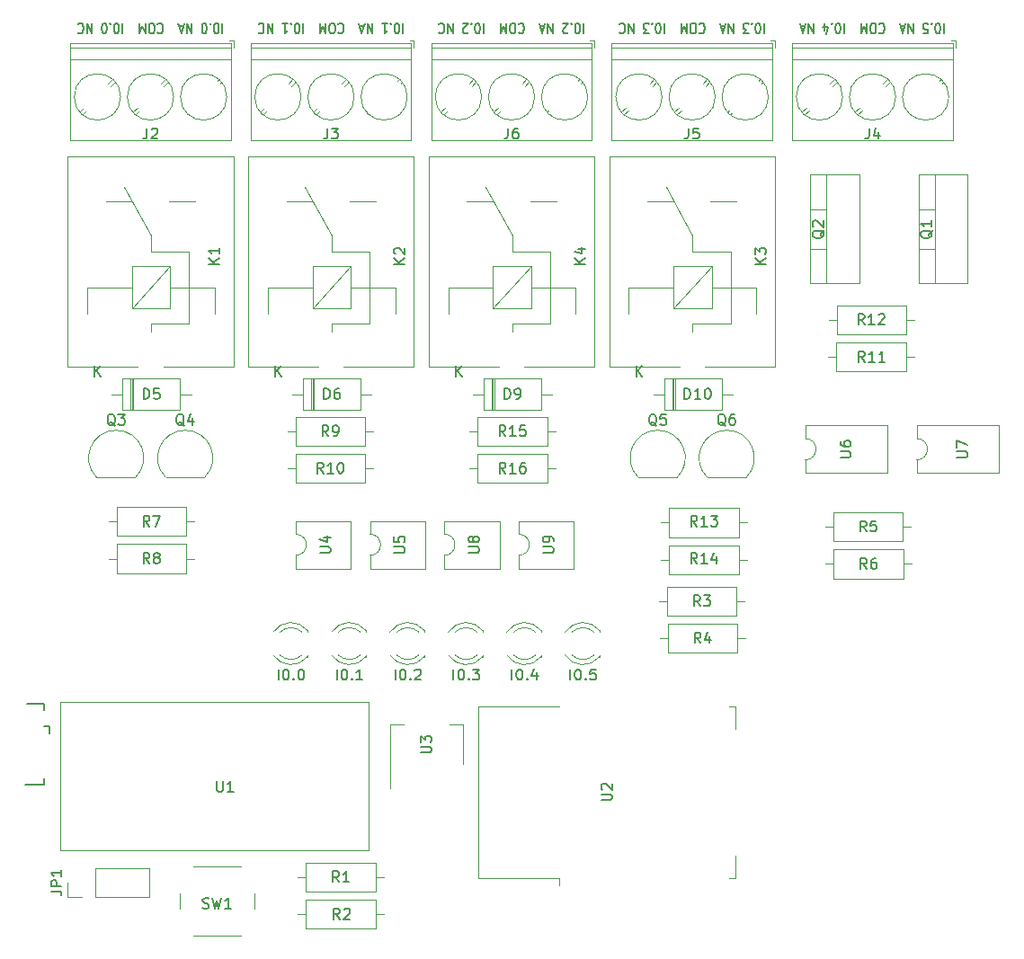
<source format=gbr>
G04 #@! TF.GenerationSoftware,KiCad,Pcbnew,(5.1.4)-1*
G04 #@! TF.CreationDate,2021-08-09T13:21:02-03:00*
G04 #@! TF.ProjectId,Plc_Esp12,506c635f-4573-4703-9132-2e6b69636164,rev?*
G04 #@! TF.SameCoordinates,Original*
G04 #@! TF.FileFunction,Legend,Top*
G04 #@! TF.FilePolarity,Positive*
%FSLAX46Y46*%
G04 Gerber Fmt 4.6, Leading zero omitted, Abs format (unit mm)*
G04 Created by KiCad (PCBNEW (5.1.4)-1) date 2021-08-09 13:21:02*
%MOMM*%
%LPD*%
G04 APERTURE LIST*
%ADD10C,0.150000*%
%ADD11C,0.120000*%
G04 APERTURE END LIST*
D10*
X180723809Y-51047619D02*
X180723809Y-52047619D01*
X180190476Y-52047619D02*
X180114285Y-52047619D01*
X180038095Y-52000000D01*
X180000000Y-51952380D01*
X179961904Y-51857142D01*
X179923809Y-51666666D01*
X179923809Y-51428571D01*
X179961904Y-51238095D01*
X180000000Y-51142857D01*
X180038095Y-51095238D01*
X180114285Y-51047619D01*
X180190476Y-51047619D01*
X180266666Y-51095238D01*
X180304761Y-51142857D01*
X180342857Y-51238095D01*
X180380952Y-51428571D01*
X180380952Y-51666666D01*
X180342857Y-51857142D01*
X180304761Y-51952380D01*
X180266666Y-52000000D01*
X180190476Y-52047619D01*
X179580952Y-51142857D02*
X179542857Y-51095238D01*
X179580952Y-51047619D01*
X179619047Y-51095238D01*
X179580952Y-51142857D01*
X179580952Y-51047619D01*
X178819047Y-52047619D02*
X179200000Y-52047619D01*
X179238095Y-51571428D01*
X179200000Y-51619047D01*
X179123809Y-51666666D01*
X178933333Y-51666666D01*
X178857142Y-51619047D01*
X178819047Y-51571428D01*
X178780952Y-51476190D01*
X178780952Y-51238095D01*
X178819047Y-51142857D01*
X178857142Y-51095238D01*
X178933333Y-51047619D01*
X179123809Y-51047619D01*
X179200000Y-51095238D01*
X179238095Y-51142857D01*
X177828571Y-51047619D02*
X177828571Y-52047619D01*
X177371428Y-51047619D01*
X177371428Y-52047619D01*
X177028571Y-51333333D02*
X176647619Y-51333333D01*
X177104761Y-51047619D02*
X176838095Y-52047619D01*
X176571428Y-51047619D01*
X174628571Y-51142857D02*
X174666666Y-51095238D01*
X174780952Y-51047619D01*
X174857142Y-51047619D01*
X174971428Y-51095238D01*
X175047619Y-51190476D01*
X175085714Y-51285714D01*
X175123809Y-51476190D01*
X175123809Y-51619047D01*
X175085714Y-51809523D01*
X175047619Y-51904761D01*
X174971428Y-52000000D01*
X174857142Y-52047619D01*
X174780952Y-52047619D01*
X174666666Y-52000000D01*
X174628571Y-51952380D01*
X174133333Y-52047619D02*
X173980952Y-52047619D01*
X173904761Y-52000000D01*
X173828571Y-51904761D01*
X173790476Y-51714285D01*
X173790476Y-51380952D01*
X173828571Y-51190476D01*
X173904761Y-51095238D01*
X173980952Y-51047619D01*
X174133333Y-51047619D01*
X174209523Y-51095238D01*
X174285714Y-51190476D01*
X174323809Y-51380952D01*
X174323809Y-51714285D01*
X174285714Y-51904761D01*
X174209523Y-52000000D01*
X174133333Y-52047619D01*
X173447619Y-51047619D02*
X173447619Y-52047619D01*
X173180952Y-51333333D01*
X172914285Y-52047619D01*
X172914285Y-51047619D01*
X171314285Y-51047619D02*
X171314285Y-52047619D01*
X170780952Y-52047619D02*
X170704761Y-52047619D01*
X170628571Y-52000000D01*
X170590476Y-51952380D01*
X170552380Y-51857142D01*
X170514285Y-51666666D01*
X170514285Y-51428571D01*
X170552380Y-51238095D01*
X170590476Y-51142857D01*
X170628571Y-51095238D01*
X170704761Y-51047619D01*
X170780952Y-51047619D01*
X170857142Y-51095238D01*
X170895238Y-51142857D01*
X170933333Y-51238095D01*
X170971428Y-51428571D01*
X170971428Y-51666666D01*
X170933333Y-51857142D01*
X170895238Y-51952380D01*
X170857142Y-52000000D01*
X170780952Y-52047619D01*
X170171428Y-51142857D02*
X170133333Y-51095238D01*
X170171428Y-51047619D01*
X170209523Y-51095238D01*
X170171428Y-51142857D01*
X170171428Y-51047619D01*
X169447619Y-51714285D02*
X169447619Y-51047619D01*
X169638095Y-52095238D02*
X169828571Y-51380952D01*
X169333333Y-51380952D01*
X168419047Y-51047619D02*
X168419047Y-52047619D01*
X167961904Y-51047619D01*
X167961904Y-52047619D01*
X167619047Y-51333333D02*
X167238095Y-51333333D01*
X167695238Y-51047619D02*
X167428571Y-52047619D01*
X167161904Y-51047619D01*
X163780952Y-51047619D02*
X163780952Y-52047619D01*
X163247619Y-52047619D02*
X163171428Y-52047619D01*
X163095238Y-52000000D01*
X163057142Y-51952380D01*
X163019047Y-51857142D01*
X162980952Y-51666666D01*
X162980952Y-51428571D01*
X163019047Y-51238095D01*
X163057142Y-51142857D01*
X163095238Y-51095238D01*
X163171428Y-51047619D01*
X163247619Y-51047619D01*
X163323809Y-51095238D01*
X163361904Y-51142857D01*
X163400000Y-51238095D01*
X163438095Y-51428571D01*
X163438095Y-51666666D01*
X163400000Y-51857142D01*
X163361904Y-51952380D01*
X163323809Y-52000000D01*
X163247619Y-52047619D01*
X162638095Y-51142857D02*
X162600000Y-51095238D01*
X162638095Y-51047619D01*
X162676190Y-51095238D01*
X162638095Y-51142857D01*
X162638095Y-51047619D01*
X162333333Y-52047619D02*
X161838095Y-52047619D01*
X162104761Y-51666666D01*
X161990476Y-51666666D01*
X161914285Y-51619047D01*
X161876190Y-51571428D01*
X161838095Y-51476190D01*
X161838095Y-51238095D01*
X161876190Y-51142857D01*
X161914285Y-51095238D01*
X161990476Y-51047619D01*
X162219047Y-51047619D01*
X162295238Y-51095238D01*
X162333333Y-51142857D01*
X160885714Y-51047619D02*
X160885714Y-52047619D01*
X160428571Y-51047619D01*
X160428571Y-52047619D01*
X160085714Y-51333333D02*
X159704761Y-51333333D01*
X160161904Y-51047619D02*
X159895238Y-52047619D01*
X159628571Y-51047619D01*
X157685714Y-51142857D02*
X157723809Y-51095238D01*
X157838095Y-51047619D01*
X157914285Y-51047619D01*
X158028571Y-51095238D01*
X158104761Y-51190476D01*
X158142857Y-51285714D01*
X158180952Y-51476190D01*
X158180952Y-51619047D01*
X158142857Y-51809523D01*
X158104761Y-51904761D01*
X158028571Y-52000000D01*
X157914285Y-52047619D01*
X157838095Y-52047619D01*
X157723809Y-52000000D01*
X157685714Y-51952380D01*
X157190476Y-52047619D02*
X157038095Y-52047619D01*
X156961904Y-52000000D01*
X156885714Y-51904761D01*
X156847619Y-51714285D01*
X156847619Y-51380952D01*
X156885714Y-51190476D01*
X156961904Y-51095238D01*
X157038095Y-51047619D01*
X157190476Y-51047619D01*
X157266666Y-51095238D01*
X157342857Y-51190476D01*
X157380952Y-51380952D01*
X157380952Y-51714285D01*
X157342857Y-51904761D01*
X157266666Y-52000000D01*
X157190476Y-52047619D01*
X156504761Y-51047619D02*
X156504761Y-52047619D01*
X156238095Y-51333333D01*
X155971428Y-52047619D01*
X155971428Y-51047619D01*
X154371428Y-51047619D02*
X154371428Y-52047619D01*
X153838095Y-52047619D02*
X153761904Y-52047619D01*
X153685714Y-52000000D01*
X153647619Y-51952380D01*
X153609523Y-51857142D01*
X153571428Y-51666666D01*
X153571428Y-51428571D01*
X153609523Y-51238095D01*
X153647619Y-51142857D01*
X153685714Y-51095238D01*
X153761904Y-51047619D01*
X153838095Y-51047619D01*
X153914285Y-51095238D01*
X153952380Y-51142857D01*
X153990476Y-51238095D01*
X154028571Y-51428571D01*
X154028571Y-51666666D01*
X153990476Y-51857142D01*
X153952380Y-51952380D01*
X153914285Y-52000000D01*
X153838095Y-52047619D01*
X153228571Y-51142857D02*
X153190476Y-51095238D01*
X153228571Y-51047619D01*
X153266666Y-51095238D01*
X153228571Y-51142857D01*
X153228571Y-51047619D01*
X152923809Y-52047619D02*
X152428571Y-52047619D01*
X152695238Y-51666666D01*
X152580952Y-51666666D01*
X152504761Y-51619047D01*
X152466666Y-51571428D01*
X152428571Y-51476190D01*
X152428571Y-51238095D01*
X152466666Y-51142857D01*
X152504761Y-51095238D01*
X152580952Y-51047619D01*
X152809523Y-51047619D01*
X152885714Y-51095238D01*
X152923809Y-51142857D01*
X151476190Y-51047619D02*
X151476190Y-52047619D01*
X151019047Y-51047619D01*
X151019047Y-52047619D01*
X150180952Y-51142857D02*
X150219047Y-51095238D01*
X150333333Y-51047619D01*
X150409523Y-51047619D01*
X150523809Y-51095238D01*
X150600000Y-51190476D01*
X150638095Y-51285714D01*
X150676190Y-51476190D01*
X150676190Y-51619047D01*
X150638095Y-51809523D01*
X150600000Y-51904761D01*
X150523809Y-52000000D01*
X150409523Y-52047619D01*
X150333333Y-52047619D01*
X150219047Y-52000000D01*
X150180952Y-51952380D01*
X146780952Y-51047619D02*
X146780952Y-52047619D01*
X146247619Y-52047619D02*
X146171428Y-52047619D01*
X146095238Y-52000000D01*
X146057142Y-51952380D01*
X146019047Y-51857142D01*
X145980952Y-51666666D01*
X145980952Y-51428571D01*
X146019047Y-51238095D01*
X146057142Y-51142857D01*
X146095238Y-51095238D01*
X146171428Y-51047619D01*
X146247619Y-51047619D01*
X146323809Y-51095238D01*
X146361904Y-51142857D01*
X146400000Y-51238095D01*
X146438095Y-51428571D01*
X146438095Y-51666666D01*
X146400000Y-51857142D01*
X146361904Y-51952380D01*
X146323809Y-52000000D01*
X146247619Y-52047619D01*
X145638095Y-51142857D02*
X145600000Y-51095238D01*
X145638095Y-51047619D01*
X145676190Y-51095238D01*
X145638095Y-51142857D01*
X145638095Y-51047619D01*
X145295238Y-51952380D02*
X145257142Y-52000000D01*
X145180952Y-52047619D01*
X144990476Y-52047619D01*
X144914285Y-52000000D01*
X144876190Y-51952380D01*
X144838095Y-51857142D01*
X144838095Y-51761904D01*
X144876190Y-51619047D01*
X145333333Y-51047619D01*
X144838095Y-51047619D01*
X143885714Y-51047619D02*
X143885714Y-52047619D01*
X143428571Y-51047619D01*
X143428571Y-52047619D01*
X143085714Y-51333333D02*
X142704761Y-51333333D01*
X143161904Y-51047619D02*
X142895238Y-52047619D01*
X142628571Y-51047619D01*
X140685714Y-51142857D02*
X140723809Y-51095238D01*
X140838095Y-51047619D01*
X140914285Y-51047619D01*
X141028571Y-51095238D01*
X141104761Y-51190476D01*
X141142857Y-51285714D01*
X141180952Y-51476190D01*
X141180952Y-51619047D01*
X141142857Y-51809523D01*
X141104761Y-51904761D01*
X141028571Y-52000000D01*
X140914285Y-52047619D01*
X140838095Y-52047619D01*
X140723809Y-52000000D01*
X140685714Y-51952380D01*
X140190476Y-52047619D02*
X140038095Y-52047619D01*
X139961904Y-52000000D01*
X139885714Y-51904761D01*
X139847619Y-51714285D01*
X139847619Y-51380952D01*
X139885714Y-51190476D01*
X139961904Y-51095238D01*
X140038095Y-51047619D01*
X140190476Y-51047619D01*
X140266666Y-51095238D01*
X140342857Y-51190476D01*
X140380952Y-51380952D01*
X140380952Y-51714285D01*
X140342857Y-51904761D01*
X140266666Y-52000000D01*
X140190476Y-52047619D01*
X139504761Y-51047619D02*
X139504761Y-52047619D01*
X139238095Y-51333333D01*
X138971428Y-52047619D01*
X138971428Y-51047619D01*
X137371428Y-51047619D02*
X137371428Y-52047619D01*
X136838095Y-52047619D02*
X136761904Y-52047619D01*
X136685714Y-52000000D01*
X136647619Y-51952380D01*
X136609523Y-51857142D01*
X136571428Y-51666666D01*
X136571428Y-51428571D01*
X136609523Y-51238095D01*
X136647619Y-51142857D01*
X136685714Y-51095238D01*
X136761904Y-51047619D01*
X136838095Y-51047619D01*
X136914285Y-51095238D01*
X136952380Y-51142857D01*
X136990476Y-51238095D01*
X137028571Y-51428571D01*
X137028571Y-51666666D01*
X136990476Y-51857142D01*
X136952380Y-51952380D01*
X136914285Y-52000000D01*
X136838095Y-52047619D01*
X136228571Y-51142857D02*
X136190476Y-51095238D01*
X136228571Y-51047619D01*
X136266666Y-51095238D01*
X136228571Y-51142857D01*
X136228571Y-51047619D01*
X135885714Y-51952380D02*
X135847619Y-52000000D01*
X135771428Y-52047619D01*
X135580952Y-52047619D01*
X135504761Y-52000000D01*
X135466666Y-51952380D01*
X135428571Y-51857142D01*
X135428571Y-51761904D01*
X135466666Y-51619047D01*
X135923809Y-51047619D01*
X135428571Y-51047619D01*
X134476190Y-51047619D02*
X134476190Y-52047619D01*
X134019047Y-51047619D01*
X134019047Y-52047619D01*
X133180952Y-51142857D02*
X133219047Y-51095238D01*
X133333333Y-51047619D01*
X133409523Y-51047619D01*
X133523809Y-51095238D01*
X133600000Y-51190476D01*
X133638095Y-51285714D01*
X133676190Y-51476190D01*
X133676190Y-51619047D01*
X133638095Y-51809523D01*
X133600000Y-51904761D01*
X133523809Y-52000000D01*
X133409523Y-52047619D01*
X133333333Y-52047619D01*
X133219047Y-52000000D01*
X133180952Y-51952380D01*
X129780952Y-51047619D02*
X129780952Y-52047619D01*
X129247619Y-52047619D02*
X129171428Y-52047619D01*
X129095238Y-52000000D01*
X129057142Y-51952380D01*
X129019047Y-51857142D01*
X128980952Y-51666666D01*
X128980952Y-51428571D01*
X129019047Y-51238095D01*
X129057142Y-51142857D01*
X129095238Y-51095238D01*
X129171428Y-51047619D01*
X129247619Y-51047619D01*
X129323809Y-51095238D01*
X129361904Y-51142857D01*
X129400000Y-51238095D01*
X129438095Y-51428571D01*
X129438095Y-51666666D01*
X129400000Y-51857142D01*
X129361904Y-51952380D01*
X129323809Y-52000000D01*
X129247619Y-52047619D01*
X128638095Y-51142857D02*
X128600000Y-51095238D01*
X128638095Y-51047619D01*
X128676190Y-51095238D01*
X128638095Y-51142857D01*
X128638095Y-51047619D01*
X127838095Y-51047619D02*
X128295238Y-51047619D01*
X128066666Y-51047619D02*
X128066666Y-52047619D01*
X128142857Y-51904761D01*
X128219047Y-51809523D01*
X128295238Y-51761904D01*
X126885714Y-51047619D02*
X126885714Y-52047619D01*
X126428571Y-51047619D01*
X126428571Y-52047619D01*
X126085714Y-51333333D02*
X125704761Y-51333333D01*
X126161904Y-51047619D02*
X125895238Y-52047619D01*
X125628571Y-51047619D01*
X123685714Y-51142857D02*
X123723809Y-51095238D01*
X123838095Y-51047619D01*
X123914285Y-51047619D01*
X124028571Y-51095238D01*
X124104761Y-51190476D01*
X124142857Y-51285714D01*
X124180952Y-51476190D01*
X124180952Y-51619047D01*
X124142857Y-51809523D01*
X124104761Y-51904761D01*
X124028571Y-52000000D01*
X123914285Y-52047619D01*
X123838095Y-52047619D01*
X123723809Y-52000000D01*
X123685714Y-51952380D01*
X123190476Y-52047619D02*
X123038095Y-52047619D01*
X122961904Y-52000000D01*
X122885714Y-51904761D01*
X122847619Y-51714285D01*
X122847619Y-51380952D01*
X122885714Y-51190476D01*
X122961904Y-51095238D01*
X123038095Y-51047619D01*
X123190476Y-51047619D01*
X123266666Y-51095238D01*
X123342857Y-51190476D01*
X123380952Y-51380952D01*
X123380952Y-51714285D01*
X123342857Y-51904761D01*
X123266666Y-52000000D01*
X123190476Y-52047619D01*
X122504761Y-51047619D02*
X122504761Y-52047619D01*
X122238095Y-51333333D01*
X121971428Y-52047619D01*
X121971428Y-51047619D01*
X120371428Y-51047619D02*
X120371428Y-52047619D01*
X119838095Y-52047619D02*
X119761904Y-52047619D01*
X119685714Y-52000000D01*
X119647619Y-51952380D01*
X119609523Y-51857142D01*
X119571428Y-51666666D01*
X119571428Y-51428571D01*
X119609523Y-51238095D01*
X119647619Y-51142857D01*
X119685714Y-51095238D01*
X119761904Y-51047619D01*
X119838095Y-51047619D01*
X119914285Y-51095238D01*
X119952380Y-51142857D01*
X119990476Y-51238095D01*
X120028571Y-51428571D01*
X120028571Y-51666666D01*
X119990476Y-51857142D01*
X119952380Y-51952380D01*
X119914285Y-52000000D01*
X119838095Y-52047619D01*
X119228571Y-51142857D02*
X119190476Y-51095238D01*
X119228571Y-51047619D01*
X119266666Y-51095238D01*
X119228571Y-51142857D01*
X119228571Y-51047619D01*
X118428571Y-51047619D02*
X118885714Y-51047619D01*
X118657142Y-51047619D02*
X118657142Y-52047619D01*
X118733333Y-51904761D01*
X118809523Y-51809523D01*
X118885714Y-51761904D01*
X117476190Y-51047619D02*
X117476190Y-52047619D01*
X117019047Y-51047619D01*
X117019047Y-52047619D01*
X116180952Y-51142857D02*
X116219047Y-51095238D01*
X116333333Y-51047619D01*
X116409523Y-51047619D01*
X116523809Y-51095238D01*
X116600000Y-51190476D01*
X116638095Y-51285714D01*
X116676190Y-51476190D01*
X116676190Y-51619047D01*
X116638095Y-51809523D01*
X116600000Y-51904761D01*
X116523809Y-52000000D01*
X116409523Y-52047619D01*
X116333333Y-52047619D01*
X116219047Y-52000000D01*
X116180952Y-51952380D01*
X112780952Y-51047619D02*
X112780952Y-52047619D01*
X112247619Y-52047619D02*
X112171428Y-52047619D01*
X112095238Y-52000000D01*
X112057142Y-51952380D01*
X112019047Y-51857142D01*
X111980952Y-51666666D01*
X111980952Y-51428571D01*
X112019047Y-51238095D01*
X112057142Y-51142857D01*
X112095238Y-51095238D01*
X112171428Y-51047619D01*
X112247619Y-51047619D01*
X112323809Y-51095238D01*
X112361904Y-51142857D01*
X112400000Y-51238095D01*
X112438095Y-51428571D01*
X112438095Y-51666666D01*
X112400000Y-51857142D01*
X112361904Y-51952380D01*
X112323809Y-52000000D01*
X112247619Y-52047619D01*
X111638095Y-51142857D02*
X111600000Y-51095238D01*
X111638095Y-51047619D01*
X111676190Y-51095238D01*
X111638095Y-51142857D01*
X111638095Y-51047619D01*
X111104761Y-52047619D02*
X111028571Y-52047619D01*
X110952380Y-52000000D01*
X110914285Y-51952380D01*
X110876190Y-51857142D01*
X110838095Y-51666666D01*
X110838095Y-51428571D01*
X110876190Y-51238095D01*
X110914285Y-51142857D01*
X110952380Y-51095238D01*
X111028571Y-51047619D01*
X111104761Y-51047619D01*
X111180952Y-51095238D01*
X111219047Y-51142857D01*
X111257142Y-51238095D01*
X111295238Y-51428571D01*
X111295238Y-51666666D01*
X111257142Y-51857142D01*
X111219047Y-51952380D01*
X111180952Y-52000000D01*
X111104761Y-52047619D01*
X109885714Y-51047619D02*
X109885714Y-52047619D01*
X109428571Y-51047619D01*
X109428571Y-52047619D01*
X109085714Y-51333333D02*
X108704761Y-51333333D01*
X109161904Y-51047619D02*
X108895238Y-52047619D01*
X108628571Y-51047619D01*
X106685714Y-51142857D02*
X106723809Y-51095238D01*
X106838095Y-51047619D01*
X106914285Y-51047619D01*
X107028571Y-51095238D01*
X107104761Y-51190476D01*
X107142857Y-51285714D01*
X107180952Y-51476190D01*
X107180952Y-51619047D01*
X107142857Y-51809523D01*
X107104761Y-51904761D01*
X107028571Y-52000000D01*
X106914285Y-52047619D01*
X106838095Y-52047619D01*
X106723809Y-52000000D01*
X106685714Y-51952380D01*
X106190476Y-52047619D02*
X106038095Y-52047619D01*
X105961904Y-52000000D01*
X105885714Y-51904761D01*
X105847619Y-51714285D01*
X105847619Y-51380952D01*
X105885714Y-51190476D01*
X105961904Y-51095238D01*
X106038095Y-51047619D01*
X106190476Y-51047619D01*
X106266666Y-51095238D01*
X106342857Y-51190476D01*
X106380952Y-51380952D01*
X106380952Y-51714285D01*
X106342857Y-51904761D01*
X106266666Y-52000000D01*
X106190476Y-52047619D01*
X105504761Y-51047619D02*
X105504761Y-52047619D01*
X105238095Y-51333333D01*
X104971428Y-52047619D01*
X104971428Y-51047619D01*
X103371428Y-51047619D02*
X103371428Y-52047619D01*
X102838095Y-52047619D02*
X102761904Y-52047619D01*
X102685714Y-52000000D01*
X102647619Y-51952380D01*
X102609523Y-51857142D01*
X102571428Y-51666666D01*
X102571428Y-51428571D01*
X102609523Y-51238095D01*
X102647619Y-51142857D01*
X102685714Y-51095238D01*
X102761904Y-51047619D01*
X102838095Y-51047619D01*
X102914285Y-51095238D01*
X102952380Y-51142857D01*
X102990476Y-51238095D01*
X103028571Y-51428571D01*
X103028571Y-51666666D01*
X102990476Y-51857142D01*
X102952380Y-51952380D01*
X102914285Y-52000000D01*
X102838095Y-52047619D01*
X102228571Y-51142857D02*
X102190476Y-51095238D01*
X102228571Y-51047619D01*
X102266666Y-51095238D01*
X102228571Y-51142857D01*
X102228571Y-51047619D01*
X101695238Y-52047619D02*
X101619047Y-52047619D01*
X101542857Y-52000000D01*
X101504761Y-51952380D01*
X101466666Y-51857142D01*
X101428571Y-51666666D01*
X101428571Y-51428571D01*
X101466666Y-51238095D01*
X101504761Y-51142857D01*
X101542857Y-51095238D01*
X101619047Y-51047619D01*
X101695238Y-51047619D01*
X101771428Y-51095238D01*
X101809523Y-51142857D01*
X101847619Y-51238095D01*
X101885714Y-51428571D01*
X101885714Y-51666666D01*
X101847619Y-51857142D01*
X101809523Y-51952380D01*
X101771428Y-52000000D01*
X101695238Y-52047619D01*
X100476190Y-51047619D02*
X100476190Y-52047619D01*
X100019047Y-51047619D01*
X100019047Y-52047619D01*
X99180952Y-51142857D02*
X99219047Y-51095238D01*
X99333333Y-51047619D01*
X99409523Y-51047619D01*
X99523809Y-51095238D01*
X99600000Y-51190476D01*
X99638095Y-51285714D01*
X99676190Y-51476190D01*
X99676190Y-51619047D01*
X99638095Y-51809523D01*
X99600000Y-51904761D01*
X99523809Y-52000000D01*
X99409523Y-52047619D01*
X99333333Y-52047619D01*
X99219047Y-52000000D01*
X99180952Y-51952380D01*
D11*
X126670000Y-97940000D02*
X126670000Y-99190000D01*
X131870000Y-97940000D02*
X126670000Y-97940000D01*
X131870000Y-102440000D02*
X131870000Y-97940000D01*
X126670000Y-102440000D02*
X131870000Y-102440000D01*
X126670000Y-101190000D02*
X126670000Y-102440000D01*
X126670000Y-99190000D02*
G75*
G02X126670000Y-101190000I0J-1000000D01*
G01*
X119670000Y-97940000D02*
X119670000Y-99190000D01*
X124870000Y-97940000D02*
X119670000Y-97940000D01*
X124870000Y-102440000D02*
X124870000Y-97940000D01*
X119670000Y-102440000D02*
X124870000Y-102440000D01*
X119670000Y-101190000D02*
X119670000Y-102440000D01*
X119670000Y-99190000D02*
G75*
G02X119670000Y-101190000I0J-1000000D01*
G01*
X140670000Y-97940000D02*
X140670000Y-99190000D01*
X145870000Y-97940000D02*
X140670000Y-97940000D01*
X145870000Y-102440000D02*
X145870000Y-97940000D01*
X140670000Y-102440000D02*
X145870000Y-102440000D01*
X140670000Y-101190000D02*
X140670000Y-102440000D01*
X140670000Y-99190000D02*
G75*
G02X140670000Y-101190000I0J-1000000D01*
G01*
X133670000Y-97940000D02*
X133670000Y-99190000D01*
X138870000Y-97940000D02*
X133670000Y-97940000D01*
X138870000Y-102440000D02*
X138870000Y-97940000D01*
X133670000Y-102440000D02*
X138870000Y-102440000D01*
X133670000Y-101190000D02*
X133670000Y-102440000D01*
X133670000Y-99190000D02*
G75*
G02X133670000Y-101190000I0J-1000000D01*
G01*
X178170000Y-88940000D02*
X178170000Y-90190000D01*
X185910000Y-88940000D02*
X178170000Y-88940000D01*
X185910000Y-93440000D02*
X185910000Y-88940000D01*
X178170000Y-93440000D02*
X185910000Y-93440000D01*
X178170000Y-92190000D02*
X178170000Y-93440000D01*
X178170000Y-90190000D02*
G75*
G02X178170000Y-92190000I0J-1000000D01*
G01*
X167670000Y-88940000D02*
X167670000Y-90190000D01*
X175410000Y-88940000D02*
X167670000Y-88940000D01*
X175410000Y-93440000D02*
X175410000Y-88940000D01*
X167670000Y-93440000D02*
X175410000Y-93440000D01*
X167670000Y-92190000D02*
X167670000Y-93440000D01*
X167670000Y-90190000D02*
G75*
G02X167670000Y-92190000I0J-1000000D01*
G01*
X128590000Y-123100000D02*
X128590000Y-117090000D01*
X135410000Y-120850000D02*
X135410000Y-117090000D01*
X128590000Y-117090000D02*
X129850000Y-117090000D01*
X135410000Y-117090000D02*
X134150000Y-117090000D01*
X144500000Y-131620000D02*
X144500000Y-132230000D01*
X144500000Y-131620000D02*
X136880000Y-131620000D01*
X161120000Y-131620000D02*
X160500000Y-131620000D01*
X161120000Y-129500000D02*
X161120000Y-131620000D01*
X161120000Y-115380000D02*
X161120000Y-117500000D01*
X160500000Y-115380000D02*
X161120000Y-115380000D01*
X136880000Y-115380000D02*
X144500000Y-115380000D01*
X136880000Y-131620000D02*
X136880000Y-115380000D01*
X97500000Y-129000000D02*
X97500000Y-115000000D01*
X126500000Y-129000000D02*
X97500000Y-129000000D01*
X126500000Y-115000000D02*
X126500000Y-129000000D01*
X97500000Y-115000000D02*
X126500000Y-115000000D01*
X115750000Y-134500000D02*
X115750000Y-133000000D01*
X114500000Y-130500000D02*
X110000000Y-130500000D01*
X108750000Y-133000000D02*
X108750000Y-134500000D01*
X110000000Y-137000000D02*
X114500000Y-137000000D01*
X144120000Y-93000000D02*
X143350000Y-93000000D01*
X136040000Y-93000000D02*
X136810000Y-93000000D01*
X143350000Y-91630000D02*
X136810000Y-91630000D01*
X143350000Y-94370000D02*
X143350000Y-91630000D01*
X136810000Y-94370000D02*
X143350000Y-94370000D01*
X136810000Y-91630000D02*
X136810000Y-94370000D01*
X144120000Y-89500000D02*
X143350000Y-89500000D01*
X136040000Y-89500000D02*
X136810000Y-89500000D01*
X143350000Y-88130000D02*
X136810000Y-88130000D01*
X143350000Y-90870000D02*
X143350000Y-88130000D01*
X136810000Y-90870000D02*
X143350000Y-90870000D01*
X136810000Y-88130000D02*
X136810000Y-90870000D01*
X154080000Y-101600000D02*
X154850000Y-101600000D01*
X162160000Y-101600000D02*
X161390000Y-101600000D01*
X154850000Y-102970000D02*
X161390000Y-102970000D01*
X154850000Y-100230000D02*
X154850000Y-102970000D01*
X161390000Y-100230000D02*
X154850000Y-100230000D01*
X161390000Y-102970000D02*
X161390000Y-100230000D01*
X154080000Y-98100000D02*
X154850000Y-98100000D01*
X162160000Y-98100000D02*
X161390000Y-98100000D01*
X154850000Y-99470000D02*
X161390000Y-99470000D01*
X154850000Y-96730000D02*
X154850000Y-99470000D01*
X161390000Y-96730000D02*
X154850000Y-96730000D01*
X161390000Y-99470000D02*
X161390000Y-96730000D01*
X177920000Y-82500000D02*
X177150000Y-82500000D01*
X169840000Y-82500000D02*
X170610000Y-82500000D01*
X177150000Y-81130000D02*
X170610000Y-81130000D01*
X177150000Y-83870000D02*
X177150000Y-81130000D01*
X170610000Y-83870000D02*
X177150000Y-83870000D01*
X170610000Y-81130000D02*
X170610000Y-83870000D01*
X169880000Y-79000000D02*
X170650000Y-79000000D01*
X177960000Y-79000000D02*
X177190000Y-79000000D01*
X170650000Y-80370000D02*
X177190000Y-80370000D01*
X170650000Y-77630000D02*
X170650000Y-80370000D01*
X177190000Y-77630000D02*
X170650000Y-77630000D01*
X177190000Y-80370000D02*
X177190000Y-77630000D01*
X118880000Y-93000000D02*
X119650000Y-93000000D01*
X126960000Y-93000000D02*
X126190000Y-93000000D01*
X119650000Y-94370000D02*
X126190000Y-94370000D01*
X119650000Y-91630000D02*
X119650000Y-94370000D01*
X126190000Y-91630000D02*
X119650000Y-91630000D01*
X126190000Y-94370000D02*
X126190000Y-91630000D01*
X118880000Y-89500000D02*
X119650000Y-89500000D01*
X126960000Y-89500000D02*
X126190000Y-89500000D01*
X119650000Y-90870000D02*
X126190000Y-90870000D01*
X119650000Y-88130000D02*
X119650000Y-90870000D01*
X126190000Y-88130000D02*
X119650000Y-88130000D01*
X126190000Y-90870000D02*
X126190000Y-88130000D01*
X110120000Y-101500000D02*
X109350000Y-101500000D01*
X102040000Y-101500000D02*
X102810000Y-101500000D01*
X109350000Y-100130000D02*
X102810000Y-100130000D01*
X109350000Y-102870000D02*
X109350000Y-100130000D01*
X102810000Y-102870000D02*
X109350000Y-102870000D01*
X102810000Y-100130000D02*
X102810000Y-102870000D01*
X110120000Y-98000000D02*
X109350000Y-98000000D01*
X102040000Y-98000000D02*
X102810000Y-98000000D01*
X109350000Y-96630000D02*
X102810000Y-96630000D01*
X109350000Y-99370000D02*
X109350000Y-96630000D01*
X102810000Y-99370000D02*
X109350000Y-99370000D01*
X102810000Y-96630000D02*
X102810000Y-99370000D01*
X169580000Y-102000000D02*
X170350000Y-102000000D01*
X177660000Y-102000000D02*
X176890000Y-102000000D01*
X170350000Y-103370000D02*
X176890000Y-103370000D01*
X170350000Y-100630000D02*
X170350000Y-103370000D01*
X176890000Y-100630000D02*
X170350000Y-100630000D01*
X176890000Y-103370000D02*
X176890000Y-100630000D01*
X177620000Y-98500000D02*
X176850000Y-98500000D01*
X169540000Y-98500000D02*
X170310000Y-98500000D01*
X176850000Y-97130000D02*
X170310000Y-97130000D01*
X176850000Y-99870000D02*
X176850000Y-97130000D01*
X170310000Y-99870000D02*
X176850000Y-99870000D01*
X170310000Y-97130000D02*
X170310000Y-99870000D01*
X162020000Y-109000000D02*
X161250000Y-109000000D01*
X153940000Y-109000000D02*
X154710000Y-109000000D01*
X161250000Y-107630000D02*
X154710000Y-107630000D01*
X161250000Y-110370000D02*
X161250000Y-107630000D01*
X154710000Y-110370000D02*
X161250000Y-110370000D01*
X154710000Y-107630000D02*
X154710000Y-110370000D01*
X153880000Y-105500000D02*
X154650000Y-105500000D01*
X161960000Y-105500000D02*
X161190000Y-105500000D01*
X154650000Y-106870000D02*
X161190000Y-106870000D01*
X154650000Y-104130000D02*
X154650000Y-106870000D01*
X161190000Y-104130000D02*
X154650000Y-104130000D01*
X161190000Y-106870000D02*
X161190000Y-104130000D01*
X119880000Y-135000000D02*
X120650000Y-135000000D01*
X127960000Y-135000000D02*
X127190000Y-135000000D01*
X120650000Y-136370000D02*
X127190000Y-136370000D01*
X120650000Y-133630000D02*
X120650000Y-136370000D01*
X127190000Y-133630000D02*
X120650000Y-133630000D01*
X127190000Y-136370000D02*
X127190000Y-133630000D01*
X127190000Y-132870000D02*
X127190000Y-130130000D01*
X127190000Y-130130000D02*
X120650000Y-130130000D01*
X120650000Y-130130000D02*
X120650000Y-132870000D01*
X120650000Y-132870000D02*
X127190000Y-132870000D01*
X127960000Y-131500000D02*
X127190000Y-131500000D01*
X119880000Y-131500000D02*
X120650000Y-131500000D01*
X162108478Y-93838478D02*
G75*
G03X160270000Y-89400000I-1838478J1838478D01*
G01*
X158431522Y-93838478D02*
G75*
G02X160270000Y-89400000I1838478J1838478D01*
G01*
X158470000Y-93850000D02*
X162070000Y-93850000D01*
X155608478Y-93838478D02*
G75*
G03X153770000Y-89400000I-1838478J1838478D01*
G01*
X151931522Y-93838478D02*
G75*
G02X153770000Y-89400000I1838478J1838478D01*
G01*
X151970000Y-93850000D02*
X155570000Y-93850000D01*
X111108478Y-93838478D02*
G75*
G03X109270000Y-89400000I-1838478J1838478D01*
G01*
X107431522Y-93838478D02*
G75*
G02X109270000Y-89400000I1838478J1838478D01*
G01*
X107470000Y-93850000D02*
X111070000Y-93850000D01*
X104608478Y-93838478D02*
G75*
G03X102770000Y-89400000I-1838478J1838478D01*
G01*
X100931522Y-93838478D02*
G75*
G02X102770000Y-89400000I1838478J1838478D01*
G01*
X100970000Y-93850000D02*
X104570000Y-93850000D01*
X168130000Y-68609000D02*
X169640000Y-68609000D01*
X168130000Y-72310000D02*
X169640000Y-72310000D01*
X169640000Y-75580000D02*
X169640000Y-65340000D01*
X168130000Y-65340000D02*
X172771000Y-65340000D01*
X168130000Y-75580000D02*
X172771000Y-75580000D01*
X172771000Y-75580000D02*
X172771000Y-65340000D01*
X168130000Y-75580000D02*
X168130000Y-65340000D01*
X178330000Y-68609000D02*
X179840000Y-68609000D01*
X178330000Y-72310000D02*
X179840000Y-72310000D01*
X179840000Y-75580000D02*
X179840000Y-65340000D01*
X178330000Y-65340000D02*
X182971000Y-65340000D01*
X178330000Y-75580000D02*
X182971000Y-75580000D01*
X182971000Y-75580000D02*
X182971000Y-65340000D01*
X178330000Y-75580000D02*
X178330000Y-65340000D01*
X141850000Y-73950000D02*
X141850000Y-77950000D01*
X138250000Y-73950000D02*
X141850000Y-73950000D01*
X138250000Y-77950000D02*
X138250000Y-73950000D01*
X141850000Y-77950000D02*
X138250000Y-77950000D01*
X141850000Y-73950000D02*
X138250000Y-77950000D01*
X141850000Y-75950000D02*
X146050000Y-75950000D01*
X134050000Y-75950000D02*
X138250000Y-75950000D01*
X140050000Y-79350000D02*
X143650000Y-79350000D01*
X140050000Y-72550000D02*
X143650000Y-72550000D01*
X143650000Y-72550000D02*
X143650000Y-79350000D01*
X140050000Y-71050000D02*
X137550000Y-66450000D01*
X140050000Y-72550000D02*
X140050000Y-71050000D01*
X134050000Y-75950000D02*
X134050000Y-78450000D01*
X140050000Y-79350000D02*
X140050000Y-80150000D01*
X146050000Y-78450000D02*
X146050000Y-75950000D01*
X135800000Y-67850000D02*
X138300000Y-67850000D01*
X144200000Y-67850000D02*
X141750000Y-67850000D01*
X147800000Y-63600000D02*
X147800000Y-83400000D01*
X132200000Y-63600000D02*
X147800000Y-63600000D01*
X132200000Y-83400000D02*
X132200000Y-63600000D01*
X132200000Y-83400000D02*
X138800000Y-83400000D01*
X141200000Y-83400000D02*
X147800000Y-83400000D01*
X158850000Y-73950000D02*
X158850000Y-77950000D01*
X155250000Y-73950000D02*
X158850000Y-73950000D01*
X155250000Y-77950000D02*
X155250000Y-73950000D01*
X158850000Y-77950000D02*
X155250000Y-77950000D01*
X158850000Y-73950000D02*
X155250000Y-77950000D01*
X158850000Y-75950000D02*
X163050000Y-75950000D01*
X151050000Y-75950000D02*
X155250000Y-75950000D01*
X157050000Y-79350000D02*
X160650000Y-79350000D01*
X157050000Y-72550000D02*
X160650000Y-72550000D01*
X160650000Y-72550000D02*
X160650000Y-79350000D01*
X157050000Y-71050000D02*
X154550000Y-66450000D01*
X157050000Y-72550000D02*
X157050000Y-71050000D01*
X151050000Y-75950000D02*
X151050000Y-78450000D01*
X157050000Y-79350000D02*
X157050000Y-80150000D01*
X163050000Y-78450000D02*
X163050000Y-75950000D01*
X152800000Y-67850000D02*
X155300000Y-67850000D01*
X161200000Y-67850000D02*
X158750000Y-67850000D01*
X164800000Y-63600000D02*
X164800000Y-83400000D01*
X149200000Y-63600000D02*
X164800000Y-63600000D01*
X149200000Y-83400000D02*
X149200000Y-63600000D01*
X149200000Y-83400000D02*
X155800000Y-83400000D01*
X158200000Y-83400000D02*
X164800000Y-83400000D01*
X124850000Y-73950000D02*
X124850000Y-77950000D01*
X121250000Y-73950000D02*
X124850000Y-73950000D01*
X121250000Y-77950000D02*
X121250000Y-73950000D01*
X124850000Y-77950000D02*
X121250000Y-77950000D01*
X124850000Y-73950000D02*
X121250000Y-77950000D01*
X124850000Y-75950000D02*
X129050000Y-75950000D01*
X117050000Y-75950000D02*
X121250000Y-75950000D01*
X123050000Y-79350000D02*
X126650000Y-79350000D01*
X123050000Y-72550000D02*
X126650000Y-72550000D01*
X126650000Y-72550000D02*
X126650000Y-79350000D01*
X123050000Y-71050000D02*
X120550000Y-66450000D01*
X123050000Y-72550000D02*
X123050000Y-71050000D01*
X117050000Y-75950000D02*
X117050000Y-78450000D01*
X123050000Y-79350000D02*
X123050000Y-80150000D01*
X129050000Y-78450000D02*
X129050000Y-75950000D01*
X118800000Y-67850000D02*
X121300000Y-67850000D01*
X127200000Y-67850000D02*
X124750000Y-67850000D01*
X130800000Y-63600000D02*
X130800000Y-83400000D01*
X115200000Y-63600000D02*
X130800000Y-63600000D01*
X115200000Y-83400000D02*
X115200000Y-63600000D01*
X115200000Y-83400000D02*
X121800000Y-83400000D01*
X124200000Y-83400000D02*
X130800000Y-83400000D01*
X107850000Y-73950000D02*
X107850000Y-77950000D01*
X104250000Y-73950000D02*
X107850000Y-73950000D01*
X104250000Y-77950000D02*
X104250000Y-73950000D01*
X107850000Y-77950000D02*
X104250000Y-77950000D01*
X107850000Y-73950000D02*
X104250000Y-77950000D01*
X107850000Y-75950000D02*
X112050000Y-75950000D01*
X100050000Y-75950000D02*
X104250000Y-75950000D01*
X106050000Y-79350000D02*
X109650000Y-79350000D01*
X106050000Y-72550000D02*
X109650000Y-72550000D01*
X109650000Y-72550000D02*
X109650000Y-79350000D01*
X106050000Y-71050000D02*
X103550000Y-66450000D01*
X106050000Y-72550000D02*
X106050000Y-71050000D01*
X100050000Y-75950000D02*
X100050000Y-78450000D01*
X106050000Y-79350000D02*
X106050000Y-80150000D01*
X112050000Y-78450000D02*
X112050000Y-75950000D01*
X101800000Y-67850000D02*
X104300000Y-67850000D01*
X110200000Y-67850000D02*
X107750000Y-67850000D01*
X113800000Y-63600000D02*
X113800000Y-83400000D01*
X98200000Y-63600000D02*
X113800000Y-63600000D01*
X98200000Y-83400000D02*
X98200000Y-63600000D01*
X98200000Y-83400000D02*
X104800000Y-83400000D01*
X107200000Y-83400000D02*
X113800000Y-83400000D01*
X98170000Y-133330000D02*
X98170000Y-132000000D01*
X99500000Y-133330000D02*
X98170000Y-133330000D01*
X100770000Y-133330000D02*
X100770000Y-130670000D01*
X100770000Y-130670000D02*
X105910000Y-130670000D01*
X100770000Y-133330000D02*
X105910000Y-133330000D01*
X105910000Y-133330000D02*
X105910000Y-130670000D01*
X147800000Y-52700000D02*
X147400000Y-52700000D01*
X147800000Y-53340000D02*
X147800000Y-52700000D01*
X136258000Y-57008000D02*
X136653000Y-56612000D01*
X133612000Y-59654000D02*
X133992000Y-59274000D01*
X136007000Y-56726000D02*
X136387000Y-56346000D01*
X133346000Y-59388000D02*
X133741000Y-58992000D01*
X141258000Y-57008000D02*
X141653000Y-56612000D01*
X138612000Y-59654000D02*
X138992000Y-59274000D01*
X141007000Y-56726000D02*
X141387000Y-56346000D01*
X138346000Y-59388000D02*
X138741000Y-58992000D01*
X146548000Y-56719000D02*
X146654000Y-56612000D01*
X143612000Y-59654000D02*
X143719000Y-59547000D01*
X146282000Y-56453000D02*
X146388000Y-56346000D01*
X143346000Y-59388000D02*
X143453000Y-59281000D01*
X132440000Y-62060000D02*
X132440000Y-52940000D01*
X147560000Y-62060000D02*
X147560000Y-52940000D01*
X147560000Y-52940000D02*
X132440000Y-52940000D01*
X147560000Y-62060000D02*
X132440000Y-62060000D01*
X147560000Y-54500000D02*
X132440000Y-54500000D01*
X147560000Y-53400000D02*
X132440000Y-53400000D01*
X137180000Y-58000000D02*
G75*
G03X137180000Y-58000000I-2180000J0D01*
G01*
X142180000Y-58000000D02*
G75*
G03X142180000Y-58000000I-2180000J0D01*
G01*
X147180000Y-58000000D02*
G75*
G03X147180000Y-58000000I-2180000J0D01*
G01*
X164800000Y-52700000D02*
X164400000Y-52700000D01*
X164800000Y-53340000D02*
X164800000Y-52700000D01*
X153258000Y-57008000D02*
X153653000Y-56612000D01*
X150612000Y-59654000D02*
X150992000Y-59274000D01*
X153007000Y-56726000D02*
X153387000Y-56346000D01*
X150346000Y-59388000D02*
X150741000Y-58992000D01*
X158258000Y-57008000D02*
X158653000Y-56612000D01*
X155612000Y-59654000D02*
X155992000Y-59274000D01*
X158007000Y-56726000D02*
X158387000Y-56346000D01*
X155346000Y-59388000D02*
X155741000Y-58992000D01*
X163548000Y-56719000D02*
X163654000Y-56612000D01*
X160612000Y-59654000D02*
X160719000Y-59547000D01*
X163282000Y-56453000D02*
X163388000Y-56346000D01*
X160346000Y-59388000D02*
X160453000Y-59281000D01*
X149440000Y-62060000D02*
X149440000Y-52940000D01*
X164560000Y-62060000D02*
X164560000Y-52940000D01*
X164560000Y-52940000D02*
X149440000Y-52940000D01*
X164560000Y-62060000D02*
X149440000Y-62060000D01*
X164560000Y-54500000D02*
X149440000Y-54500000D01*
X164560000Y-53400000D02*
X149440000Y-53400000D01*
X154180000Y-58000000D02*
G75*
G03X154180000Y-58000000I-2180000J0D01*
G01*
X159180000Y-58000000D02*
G75*
G03X159180000Y-58000000I-2180000J0D01*
G01*
X164180000Y-58000000D02*
G75*
G03X164180000Y-58000000I-2180000J0D01*
G01*
X181800000Y-52700000D02*
X181400000Y-52700000D01*
X181800000Y-53340000D02*
X181800000Y-52700000D01*
X170258000Y-57008000D02*
X170653000Y-56612000D01*
X167612000Y-59654000D02*
X167992000Y-59274000D01*
X170007000Y-56726000D02*
X170387000Y-56346000D01*
X167346000Y-59388000D02*
X167741000Y-58992000D01*
X175258000Y-57008000D02*
X175653000Y-56612000D01*
X172612000Y-59654000D02*
X172992000Y-59274000D01*
X175007000Y-56726000D02*
X175387000Y-56346000D01*
X172346000Y-59388000D02*
X172741000Y-58992000D01*
X180548000Y-56719000D02*
X180654000Y-56612000D01*
X177612000Y-59654000D02*
X177719000Y-59547000D01*
X180282000Y-56453000D02*
X180388000Y-56346000D01*
X177346000Y-59388000D02*
X177453000Y-59281000D01*
X166440000Y-62060000D02*
X166440000Y-52940000D01*
X181560000Y-62060000D02*
X181560000Y-52940000D01*
X181560000Y-52940000D02*
X166440000Y-52940000D01*
X181560000Y-62060000D02*
X166440000Y-62060000D01*
X181560000Y-54500000D02*
X166440000Y-54500000D01*
X181560000Y-53400000D02*
X166440000Y-53400000D01*
X171180000Y-58000000D02*
G75*
G03X171180000Y-58000000I-2180000J0D01*
G01*
X176180000Y-58000000D02*
G75*
G03X176180000Y-58000000I-2180000J0D01*
G01*
X181180000Y-58000000D02*
G75*
G03X181180000Y-58000000I-2180000J0D01*
G01*
X130800000Y-52700000D02*
X130400000Y-52700000D01*
X130800000Y-53340000D02*
X130800000Y-52700000D01*
X119258000Y-57008000D02*
X119653000Y-56612000D01*
X116612000Y-59654000D02*
X116992000Y-59274000D01*
X119007000Y-56726000D02*
X119387000Y-56346000D01*
X116346000Y-59388000D02*
X116741000Y-58992000D01*
X124258000Y-57008000D02*
X124653000Y-56612000D01*
X121612000Y-59654000D02*
X121992000Y-59274000D01*
X124007000Y-56726000D02*
X124387000Y-56346000D01*
X121346000Y-59388000D02*
X121741000Y-58992000D01*
X129548000Y-56719000D02*
X129654000Y-56612000D01*
X126612000Y-59654000D02*
X126719000Y-59547000D01*
X129282000Y-56453000D02*
X129388000Y-56346000D01*
X126346000Y-59388000D02*
X126453000Y-59281000D01*
X115440000Y-62060000D02*
X115440000Y-52940000D01*
X130560000Y-62060000D02*
X130560000Y-52940000D01*
X130560000Y-52940000D02*
X115440000Y-52940000D01*
X130560000Y-62060000D02*
X115440000Y-62060000D01*
X130560000Y-54500000D02*
X115440000Y-54500000D01*
X130560000Y-53400000D02*
X115440000Y-53400000D01*
X120180000Y-58000000D02*
G75*
G03X120180000Y-58000000I-2180000J0D01*
G01*
X125180000Y-58000000D02*
G75*
G03X125180000Y-58000000I-2180000J0D01*
G01*
X130180000Y-58000000D02*
G75*
G03X130180000Y-58000000I-2180000J0D01*
G01*
X113800000Y-52700000D02*
X113400000Y-52700000D01*
X113800000Y-53340000D02*
X113800000Y-52700000D01*
X102258000Y-57008000D02*
X102653000Y-56612000D01*
X99612000Y-59654000D02*
X99992000Y-59274000D01*
X102007000Y-56726000D02*
X102387000Y-56346000D01*
X99346000Y-59388000D02*
X99741000Y-58992000D01*
X107258000Y-57008000D02*
X107653000Y-56612000D01*
X104612000Y-59654000D02*
X104992000Y-59274000D01*
X107007000Y-56726000D02*
X107387000Y-56346000D01*
X104346000Y-59388000D02*
X104741000Y-58992000D01*
X112548000Y-56719000D02*
X112654000Y-56612000D01*
X109612000Y-59654000D02*
X109719000Y-59547000D01*
X112282000Y-56453000D02*
X112388000Y-56346000D01*
X109346000Y-59388000D02*
X109453000Y-59281000D01*
X98440000Y-62060000D02*
X98440000Y-52940000D01*
X113560000Y-62060000D02*
X113560000Y-52940000D01*
X113560000Y-52940000D02*
X98440000Y-52940000D01*
X113560000Y-62060000D02*
X98440000Y-62060000D01*
X113560000Y-54500000D02*
X98440000Y-54500000D01*
X113560000Y-53400000D02*
X98440000Y-53400000D01*
X103180000Y-58000000D02*
G75*
G03X103180000Y-58000000I-2180000J0D01*
G01*
X108180000Y-58000000D02*
G75*
G03X108180000Y-58000000I-2180000J0D01*
G01*
X113180000Y-58000000D02*
G75*
G03X113180000Y-58000000I-2180000J0D01*
G01*
D10*
X96000000Y-115200000D02*
X96000000Y-115800000D01*
X94400000Y-115200000D02*
X96000000Y-115200000D01*
X96000000Y-122800000D02*
X96000000Y-122200000D01*
X94200000Y-122800000D02*
X96000000Y-122800000D01*
X96500000Y-117300000D02*
X96000000Y-117300000D01*
X96500000Y-118000000D02*
X96500000Y-117300000D01*
D11*
X155140000Y-84530000D02*
X155140000Y-87470000D01*
X155380000Y-84530000D02*
X155380000Y-87470000D01*
X155260000Y-84530000D02*
X155260000Y-87470000D01*
X160820000Y-86000000D02*
X159800000Y-86000000D01*
X153340000Y-86000000D02*
X154360000Y-86000000D01*
X159800000Y-84530000D02*
X154360000Y-84530000D01*
X159800000Y-87470000D02*
X159800000Y-84530000D01*
X154360000Y-87470000D02*
X159800000Y-87470000D01*
X154360000Y-84530000D02*
X154360000Y-87470000D01*
X138140000Y-84530000D02*
X138140000Y-87470000D01*
X138380000Y-84530000D02*
X138380000Y-87470000D01*
X138260000Y-84530000D02*
X138260000Y-87470000D01*
X143820000Y-86000000D02*
X142800000Y-86000000D01*
X136340000Y-86000000D02*
X137360000Y-86000000D01*
X142800000Y-84530000D02*
X137360000Y-84530000D01*
X142800000Y-87470000D02*
X142800000Y-84530000D01*
X137360000Y-87470000D02*
X142800000Y-87470000D01*
X137360000Y-84530000D02*
X137360000Y-87470000D01*
X137290000Y-108420000D02*
X137290000Y-108264000D01*
X137290000Y-110736000D02*
X137290000Y-110580000D01*
X134688870Y-108420163D02*
G75*
G02X136770961Y-108420000I1041130J-1079837D01*
G01*
X134688870Y-110579837D02*
G75*
G03X136770961Y-110580000I1041130J1079837D01*
G01*
X134057665Y-108421392D02*
G75*
G02X137290000Y-108264484I1672335J-1078608D01*
G01*
X134057665Y-110578608D02*
G75*
G03X137290000Y-110735516I1672335J1078608D01*
G01*
X131790000Y-108420000D02*
X131790000Y-108264000D01*
X131790000Y-110736000D02*
X131790000Y-110580000D01*
X129188870Y-108420163D02*
G75*
G02X131270961Y-108420000I1041130J-1079837D01*
G01*
X129188870Y-110579837D02*
G75*
G03X131270961Y-110580000I1041130J1079837D01*
G01*
X128557665Y-108421392D02*
G75*
G02X131790000Y-108264484I1672335J-1078608D01*
G01*
X128557665Y-110578608D02*
G75*
G03X131790000Y-110735516I1672335J1078608D01*
G01*
X121140000Y-84530000D02*
X121140000Y-87470000D01*
X121380000Y-84530000D02*
X121380000Y-87470000D01*
X121260000Y-84530000D02*
X121260000Y-87470000D01*
X126820000Y-86000000D02*
X125800000Y-86000000D01*
X119340000Y-86000000D02*
X120360000Y-86000000D01*
X125800000Y-84530000D02*
X120360000Y-84530000D01*
X125800000Y-87470000D02*
X125800000Y-84530000D01*
X120360000Y-87470000D02*
X125800000Y-87470000D01*
X120360000Y-84530000D02*
X120360000Y-87470000D01*
X104140000Y-84530000D02*
X104140000Y-87470000D01*
X104380000Y-84530000D02*
X104380000Y-87470000D01*
X104260000Y-84530000D02*
X104260000Y-87470000D01*
X109820000Y-86000000D02*
X108800000Y-86000000D01*
X102340000Y-86000000D02*
X103360000Y-86000000D01*
X108800000Y-84530000D02*
X103360000Y-84530000D01*
X108800000Y-87470000D02*
X108800000Y-84530000D01*
X103360000Y-87470000D02*
X108800000Y-87470000D01*
X103360000Y-84530000D02*
X103360000Y-87470000D01*
X148290000Y-108420000D02*
X148290000Y-108264000D01*
X148290000Y-110736000D02*
X148290000Y-110580000D01*
X145688870Y-108420163D02*
G75*
G02X147770961Y-108420000I1041130J-1079837D01*
G01*
X145688870Y-110579837D02*
G75*
G03X147770961Y-110580000I1041130J1079837D01*
G01*
X145057665Y-108421392D02*
G75*
G02X148290000Y-108264484I1672335J-1078608D01*
G01*
X145057665Y-110578608D02*
G75*
G03X148290000Y-110735516I1672335J1078608D01*
G01*
X142790000Y-108420000D02*
X142790000Y-108264000D01*
X142790000Y-110736000D02*
X142790000Y-110580000D01*
X140188870Y-108420163D02*
G75*
G02X142270961Y-108420000I1041130J-1079837D01*
G01*
X140188870Y-110579837D02*
G75*
G03X142270961Y-110580000I1041130J1079837D01*
G01*
X139557665Y-108421392D02*
G75*
G02X142790000Y-108264484I1672335J-1078608D01*
G01*
X139557665Y-110578608D02*
G75*
G03X142790000Y-110735516I1672335J1078608D01*
G01*
X126290000Y-108420000D02*
X126290000Y-108264000D01*
X126290000Y-110736000D02*
X126290000Y-110580000D01*
X123688870Y-108420163D02*
G75*
G02X125770961Y-108420000I1041130J-1079837D01*
G01*
X123688870Y-110579837D02*
G75*
G03X125770961Y-110580000I1041130J1079837D01*
G01*
X123057665Y-108421392D02*
G75*
G02X126290000Y-108264484I1672335J-1078608D01*
G01*
X123057665Y-110578608D02*
G75*
G03X126290000Y-110735516I1672335J1078608D01*
G01*
X120790000Y-108420000D02*
X120790000Y-108264000D01*
X120790000Y-110736000D02*
X120790000Y-110580000D01*
X118188870Y-108420163D02*
G75*
G02X120270961Y-108420000I1041130J-1079837D01*
G01*
X118188870Y-110579837D02*
G75*
G03X120270961Y-110580000I1041130J1079837D01*
G01*
X117557665Y-108421392D02*
G75*
G02X120790000Y-108264484I1672335J-1078608D01*
G01*
X117557665Y-110578608D02*
G75*
G03X120790000Y-110735516I1672335J1078608D01*
G01*
D10*
X128952380Y-100951904D02*
X129761904Y-100951904D01*
X129857142Y-100904285D01*
X129904761Y-100856666D01*
X129952380Y-100761428D01*
X129952380Y-100570952D01*
X129904761Y-100475714D01*
X129857142Y-100428095D01*
X129761904Y-100380476D01*
X128952380Y-100380476D01*
X128952380Y-99428095D02*
X128952380Y-99904285D01*
X129428571Y-99951904D01*
X129380952Y-99904285D01*
X129333333Y-99809047D01*
X129333333Y-99570952D01*
X129380952Y-99475714D01*
X129428571Y-99428095D01*
X129523809Y-99380476D01*
X129761904Y-99380476D01*
X129857142Y-99428095D01*
X129904761Y-99475714D01*
X129952380Y-99570952D01*
X129952380Y-99809047D01*
X129904761Y-99904285D01*
X129857142Y-99951904D01*
X121952380Y-100951904D02*
X122761904Y-100951904D01*
X122857142Y-100904285D01*
X122904761Y-100856666D01*
X122952380Y-100761428D01*
X122952380Y-100570952D01*
X122904761Y-100475714D01*
X122857142Y-100428095D01*
X122761904Y-100380476D01*
X121952380Y-100380476D01*
X122285714Y-99475714D02*
X122952380Y-99475714D01*
X121904761Y-99713809D02*
X122619047Y-99951904D01*
X122619047Y-99332857D01*
X142952380Y-100951904D02*
X143761904Y-100951904D01*
X143857142Y-100904285D01*
X143904761Y-100856666D01*
X143952380Y-100761428D01*
X143952380Y-100570952D01*
X143904761Y-100475714D01*
X143857142Y-100428095D01*
X143761904Y-100380476D01*
X142952380Y-100380476D01*
X143952380Y-99856666D02*
X143952380Y-99666190D01*
X143904761Y-99570952D01*
X143857142Y-99523333D01*
X143714285Y-99428095D01*
X143523809Y-99380476D01*
X143142857Y-99380476D01*
X143047619Y-99428095D01*
X143000000Y-99475714D01*
X142952380Y-99570952D01*
X142952380Y-99761428D01*
X143000000Y-99856666D01*
X143047619Y-99904285D01*
X143142857Y-99951904D01*
X143380952Y-99951904D01*
X143476190Y-99904285D01*
X143523809Y-99856666D01*
X143571428Y-99761428D01*
X143571428Y-99570952D01*
X143523809Y-99475714D01*
X143476190Y-99428095D01*
X143380952Y-99380476D01*
X135952380Y-100951904D02*
X136761904Y-100951904D01*
X136857142Y-100904285D01*
X136904761Y-100856666D01*
X136952380Y-100761428D01*
X136952380Y-100570952D01*
X136904761Y-100475714D01*
X136857142Y-100428095D01*
X136761904Y-100380476D01*
X135952380Y-100380476D01*
X136380952Y-99761428D02*
X136333333Y-99856666D01*
X136285714Y-99904285D01*
X136190476Y-99951904D01*
X136142857Y-99951904D01*
X136047619Y-99904285D01*
X136000000Y-99856666D01*
X135952380Y-99761428D01*
X135952380Y-99570952D01*
X136000000Y-99475714D01*
X136047619Y-99428095D01*
X136142857Y-99380476D01*
X136190476Y-99380476D01*
X136285714Y-99428095D01*
X136333333Y-99475714D01*
X136380952Y-99570952D01*
X136380952Y-99761428D01*
X136428571Y-99856666D01*
X136476190Y-99904285D01*
X136571428Y-99951904D01*
X136761904Y-99951904D01*
X136857142Y-99904285D01*
X136904761Y-99856666D01*
X136952380Y-99761428D01*
X136952380Y-99570952D01*
X136904761Y-99475714D01*
X136857142Y-99428095D01*
X136761904Y-99380476D01*
X136571428Y-99380476D01*
X136476190Y-99428095D01*
X136428571Y-99475714D01*
X136380952Y-99570952D01*
X181952380Y-91951904D02*
X182761904Y-91951904D01*
X182857142Y-91904285D01*
X182904761Y-91856666D01*
X182952380Y-91761428D01*
X182952380Y-91570952D01*
X182904761Y-91475714D01*
X182857142Y-91428095D01*
X182761904Y-91380476D01*
X181952380Y-91380476D01*
X181952380Y-90999523D02*
X181952380Y-90332857D01*
X182952380Y-90761428D01*
X170952380Y-91951904D02*
X171761904Y-91951904D01*
X171857142Y-91904285D01*
X171904761Y-91856666D01*
X171952380Y-91761428D01*
X171952380Y-91570952D01*
X171904761Y-91475714D01*
X171857142Y-91428095D01*
X171761904Y-91380476D01*
X170952380Y-91380476D01*
X170952380Y-90475714D02*
X170952380Y-90666190D01*
X171000000Y-90761428D01*
X171047619Y-90809047D01*
X171190476Y-90904285D01*
X171380952Y-90951904D01*
X171761904Y-90951904D01*
X171857142Y-90904285D01*
X171904761Y-90856666D01*
X171952380Y-90761428D01*
X171952380Y-90570952D01*
X171904761Y-90475714D01*
X171857142Y-90428095D01*
X171761904Y-90380476D01*
X171523809Y-90380476D01*
X171428571Y-90428095D01*
X171380952Y-90475714D01*
X171333333Y-90570952D01*
X171333333Y-90761428D01*
X171380952Y-90856666D01*
X171428571Y-90904285D01*
X171523809Y-90951904D01*
X131452380Y-119761904D02*
X132261904Y-119761904D01*
X132357142Y-119714285D01*
X132404761Y-119666666D01*
X132452380Y-119571428D01*
X132452380Y-119380952D01*
X132404761Y-119285714D01*
X132357142Y-119238095D01*
X132261904Y-119190476D01*
X131452380Y-119190476D01*
X131452380Y-118809523D02*
X131452380Y-118190476D01*
X131833333Y-118523809D01*
X131833333Y-118380952D01*
X131880952Y-118285714D01*
X131928571Y-118238095D01*
X132023809Y-118190476D01*
X132261904Y-118190476D01*
X132357142Y-118238095D01*
X132404761Y-118285714D01*
X132452380Y-118380952D01*
X132452380Y-118666666D01*
X132404761Y-118761904D01*
X132357142Y-118809523D01*
X148452380Y-124261904D02*
X149261904Y-124261904D01*
X149357142Y-124214285D01*
X149404761Y-124166666D01*
X149452380Y-124071428D01*
X149452380Y-123880952D01*
X149404761Y-123785714D01*
X149357142Y-123738095D01*
X149261904Y-123690476D01*
X148452380Y-123690476D01*
X148547619Y-123261904D02*
X148500000Y-123214285D01*
X148452380Y-123119047D01*
X148452380Y-122880952D01*
X148500000Y-122785714D01*
X148547619Y-122738095D01*
X148642857Y-122690476D01*
X148738095Y-122690476D01*
X148880952Y-122738095D01*
X149452380Y-123309523D01*
X149452380Y-122690476D01*
X112238095Y-122452380D02*
X112238095Y-123261904D01*
X112285714Y-123357142D01*
X112333333Y-123404761D01*
X112428571Y-123452380D01*
X112619047Y-123452380D01*
X112714285Y-123404761D01*
X112761904Y-123357142D01*
X112809523Y-123261904D01*
X112809523Y-122452380D01*
X113809523Y-123452380D02*
X113238095Y-123452380D01*
X113523809Y-123452380D02*
X113523809Y-122452380D01*
X113428571Y-122595238D01*
X113333333Y-122690476D01*
X113238095Y-122738095D01*
X110916666Y-134404761D02*
X111059523Y-134452380D01*
X111297619Y-134452380D01*
X111392857Y-134404761D01*
X111440476Y-134357142D01*
X111488095Y-134261904D01*
X111488095Y-134166666D01*
X111440476Y-134071428D01*
X111392857Y-134023809D01*
X111297619Y-133976190D01*
X111107142Y-133928571D01*
X111011904Y-133880952D01*
X110964285Y-133833333D01*
X110916666Y-133738095D01*
X110916666Y-133642857D01*
X110964285Y-133547619D01*
X111011904Y-133500000D01*
X111107142Y-133452380D01*
X111345238Y-133452380D01*
X111488095Y-133500000D01*
X111821428Y-133452380D02*
X112059523Y-134452380D01*
X112250000Y-133738095D01*
X112440476Y-134452380D01*
X112678571Y-133452380D01*
X113583333Y-134452380D02*
X113011904Y-134452380D01*
X113297619Y-134452380D02*
X113297619Y-133452380D01*
X113202380Y-133595238D01*
X113107142Y-133690476D01*
X113011904Y-133738095D01*
X139437142Y-93452380D02*
X139103809Y-92976190D01*
X138865714Y-93452380D02*
X138865714Y-92452380D01*
X139246666Y-92452380D01*
X139341904Y-92500000D01*
X139389523Y-92547619D01*
X139437142Y-92642857D01*
X139437142Y-92785714D01*
X139389523Y-92880952D01*
X139341904Y-92928571D01*
X139246666Y-92976190D01*
X138865714Y-92976190D01*
X140389523Y-93452380D02*
X139818095Y-93452380D01*
X140103809Y-93452380D02*
X140103809Y-92452380D01*
X140008571Y-92595238D01*
X139913333Y-92690476D01*
X139818095Y-92738095D01*
X141246666Y-92452380D02*
X141056190Y-92452380D01*
X140960952Y-92500000D01*
X140913333Y-92547619D01*
X140818095Y-92690476D01*
X140770476Y-92880952D01*
X140770476Y-93261904D01*
X140818095Y-93357142D01*
X140865714Y-93404761D01*
X140960952Y-93452380D01*
X141151428Y-93452380D01*
X141246666Y-93404761D01*
X141294285Y-93357142D01*
X141341904Y-93261904D01*
X141341904Y-93023809D01*
X141294285Y-92928571D01*
X141246666Y-92880952D01*
X141151428Y-92833333D01*
X140960952Y-92833333D01*
X140865714Y-92880952D01*
X140818095Y-92928571D01*
X140770476Y-93023809D01*
X139437142Y-89952380D02*
X139103809Y-89476190D01*
X138865714Y-89952380D02*
X138865714Y-88952380D01*
X139246666Y-88952380D01*
X139341904Y-89000000D01*
X139389523Y-89047619D01*
X139437142Y-89142857D01*
X139437142Y-89285714D01*
X139389523Y-89380952D01*
X139341904Y-89428571D01*
X139246666Y-89476190D01*
X138865714Y-89476190D01*
X140389523Y-89952380D02*
X139818095Y-89952380D01*
X140103809Y-89952380D02*
X140103809Y-88952380D01*
X140008571Y-89095238D01*
X139913333Y-89190476D01*
X139818095Y-89238095D01*
X141294285Y-88952380D02*
X140818095Y-88952380D01*
X140770476Y-89428571D01*
X140818095Y-89380952D01*
X140913333Y-89333333D01*
X141151428Y-89333333D01*
X141246666Y-89380952D01*
X141294285Y-89428571D01*
X141341904Y-89523809D01*
X141341904Y-89761904D01*
X141294285Y-89857142D01*
X141246666Y-89904761D01*
X141151428Y-89952380D01*
X140913333Y-89952380D01*
X140818095Y-89904761D01*
X140770476Y-89857142D01*
X157477142Y-101952380D02*
X157143809Y-101476190D01*
X156905714Y-101952380D02*
X156905714Y-100952380D01*
X157286666Y-100952380D01*
X157381904Y-101000000D01*
X157429523Y-101047619D01*
X157477142Y-101142857D01*
X157477142Y-101285714D01*
X157429523Y-101380952D01*
X157381904Y-101428571D01*
X157286666Y-101476190D01*
X156905714Y-101476190D01*
X158429523Y-101952380D02*
X157858095Y-101952380D01*
X158143809Y-101952380D02*
X158143809Y-100952380D01*
X158048571Y-101095238D01*
X157953333Y-101190476D01*
X157858095Y-101238095D01*
X159286666Y-101285714D02*
X159286666Y-101952380D01*
X159048571Y-100904761D02*
X158810476Y-101619047D01*
X159429523Y-101619047D01*
X157477142Y-98452380D02*
X157143809Y-97976190D01*
X156905714Y-98452380D02*
X156905714Y-97452380D01*
X157286666Y-97452380D01*
X157381904Y-97500000D01*
X157429523Y-97547619D01*
X157477142Y-97642857D01*
X157477142Y-97785714D01*
X157429523Y-97880952D01*
X157381904Y-97928571D01*
X157286666Y-97976190D01*
X156905714Y-97976190D01*
X158429523Y-98452380D02*
X157858095Y-98452380D01*
X158143809Y-98452380D02*
X158143809Y-97452380D01*
X158048571Y-97595238D01*
X157953333Y-97690476D01*
X157858095Y-97738095D01*
X158762857Y-97452380D02*
X159381904Y-97452380D01*
X159048571Y-97833333D01*
X159191428Y-97833333D01*
X159286666Y-97880952D01*
X159334285Y-97928571D01*
X159381904Y-98023809D01*
X159381904Y-98261904D01*
X159334285Y-98357142D01*
X159286666Y-98404761D01*
X159191428Y-98452380D01*
X158905714Y-98452380D01*
X158810476Y-98404761D01*
X158762857Y-98357142D01*
X173237142Y-79452380D02*
X172903809Y-78976190D01*
X172665714Y-79452380D02*
X172665714Y-78452380D01*
X173046666Y-78452380D01*
X173141904Y-78500000D01*
X173189523Y-78547619D01*
X173237142Y-78642857D01*
X173237142Y-78785714D01*
X173189523Y-78880952D01*
X173141904Y-78928571D01*
X173046666Y-78976190D01*
X172665714Y-78976190D01*
X174189523Y-79452380D02*
X173618095Y-79452380D01*
X173903809Y-79452380D02*
X173903809Y-78452380D01*
X173808571Y-78595238D01*
X173713333Y-78690476D01*
X173618095Y-78738095D01*
X174570476Y-78547619D02*
X174618095Y-78500000D01*
X174713333Y-78452380D01*
X174951428Y-78452380D01*
X175046666Y-78500000D01*
X175094285Y-78547619D01*
X175141904Y-78642857D01*
X175141904Y-78738095D01*
X175094285Y-78880952D01*
X174522857Y-79452380D01*
X175141904Y-79452380D01*
X173277142Y-82952380D02*
X172943809Y-82476190D01*
X172705714Y-82952380D02*
X172705714Y-81952380D01*
X173086666Y-81952380D01*
X173181904Y-82000000D01*
X173229523Y-82047619D01*
X173277142Y-82142857D01*
X173277142Y-82285714D01*
X173229523Y-82380952D01*
X173181904Y-82428571D01*
X173086666Y-82476190D01*
X172705714Y-82476190D01*
X174229523Y-82952380D02*
X173658095Y-82952380D01*
X173943809Y-82952380D02*
X173943809Y-81952380D01*
X173848571Y-82095238D01*
X173753333Y-82190476D01*
X173658095Y-82238095D01*
X175181904Y-82952380D02*
X174610476Y-82952380D01*
X174896190Y-82952380D02*
X174896190Y-81952380D01*
X174800952Y-82095238D01*
X174705714Y-82190476D01*
X174610476Y-82238095D01*
X122277142Y-93452380D02*
X121943809Y-92976190D01*
X121705714Y-93452380D02*
X121705714Y-92452380D01*
X122086666Y-92452380D01*
X122181904Y-92500000D01*
X122229523Y-92547619D01*
X122277142Y-92642857D01*
X122277142Y-92785714D01*
X122229523Y-92880952D01*
X122181904Y-92928571D01*
X122086666Y-92976190D01*
X121705714Y-92976190D01*
X123229523Y-93452380D02*
X122658095Y-93452380D01*
X122943809Y-93452380D02*
X122943809Y-92452380D01*
X122848571Y-92595238D01*
X122753333Y-92690476D01*
X122658095Y-92738095D01*
X123848571Y-92452380D02*
X123943809Y-92452380D01*
X124039047Y-92500000D01*
X124086666Y-92547619D01*
X124134285Y-92642857D01*
X124181904Y-92833333D01*
X124181904Y-93071428D01*
X124134285Y-93261904D01*
X124086666Y-93357142D01*
X124039047Y-93404761D01*
X123943809Y-93452380D01*
X123848571Y-93452380D01*
X123753333Y-93404761D01*
X123705714Y-93357142D01*
X123658095Y-93261904D01*
X123610476Y-93071428D01*
X123610476Y-92833333D01*
X123658095Y-92642857D01*
X123705714Y-92547619D01*
X123753333Y-92500000D01*
X123848571Y-92452380D01*
X122753333Y-89952380D02*
X122420000Y-89476190D01*
X122181904Y-89952380D02*
X122181904Y-88952380D01*
X122562857Y-88952380D01*
X122658095Y-89000000D01*
X122705714Y-89047619D01*
X122753333Y-89142857D01*
X122753333Y-89285714D01*
X122705714Y-89380952D01*
X122658095Y-89428571D01*
X122562857Y-89476190D01*
X122181904Y-89476190D01*
X123229523Y-89952380D02*
X123420000Y-89952380D01*
X123515238Y-89904761D01*
X123562857Y-89857142D01*
X123658095Y-89714285D01*
X123705714Y-89523809D01*
X123705714Y-89142857D01*
X123658095Y-89047619D01*
X123610476Y-89000000D01*
X123515238Y-88952380D01*
X123324761Y-88952380D01*
X123229523Y-89000000D01*
X123181904Y-89047619D01*
X123134285Y-89142857D01*
X123134285Y-89380952D01*
X123181904Y-89476190D01*
X123229523Y-89523809D01*
X123324761Y-89571428D01*
X123515238Y-89571428D01*
X123610476Y-89523809D01*
X123658095Y-89476190D01*
X123705714Y-89380952D01*
X105913333Y-101952380D02*
X105580000Y-101476190D01*
X105341904Y-101952380D02*
X105341904Y-100952380D01*
X105722857Y-100952380D01*
X105818095Y-101000000D01*
X105865714Y-101047619D01*
X105913333Y-101142857D01*
X105913333Y-101285714D01*
X105865714Y-101380952D01*
X105818095Y-101428571D01*
X105722857Y-101476190D01*
X105341904Y-101476190D01*
X106484761Y-101380952D02*
X106389523Y-101333333D01*
X106341904Y-101285714D01*
X106294285Y-101190476D01*
X106294285Y-101142857D01*
X106341904Y-101047619D01*
X106389523Y-101000000D01*
X106484761Y-100952380D01*
X106675238Y-100952380D01*
X106770476Y-101000000D01*
X106818095Y-101047619D01*
X106865714Y-101142857D01*
X106865714Y-101190476D01*
X106818095Y-101285714D01*
X106770476Y-101333333D01*
X106675238Y-101380952D01*
X106484761Y-101380952D01*
X106389523Y-101428571D01*
X106341904Y-101476190D01*
X106294285Y-101571428D01*
X106294285Y-101761904D01*
X106341904Y-101857142D01*
X106389523Y-101904761D01*
X106484761Y-101952380D01*
X106675238Y-101952380D01*
X106770476Y-101904761D01*
X106818095Y-101857142D01*
X106865714Y-101761904D01*
X106865714Y-101571428D01*
X106818095Y-101476190D01*
X106770476Y-101428571D01*
X106675238Y-101380952D01*
X105913333Y-98452380D02*
X105580000Y-97976190D01*
X105341904Y-98452380D02*
X105341904Y-97452380D01*
X105722857Y-97452380D01*
X105818095Y-97500000D01*
X105865714Y-97547619D01*
X105913333Y-97642857D01*
X105913333Y-97785714D01*
X105865714Y-97880952D01*
X105818095Y-97928571D01*
X105722857Y-97976190D01*
X105341904Y-97976190D01*
X106246666Y-97452380D02*
X106913333Y-97452380D01*
X106484761Y-98452380D01*
X173453333Y-102452380D02*
X173120000Y-101976190D01*
X172881904Y-102452380D02*
X172881904Y-101452380D01*
X173262857Y-101452380D01*
X173358095Y-101500000D01*
X173405714Y-101547619D01*
X173453333Y-101642857D01*
X173453333Y-101785714D01*
X173405714Y-101880952D01*
X173358095Y-101928571D01*
X173262857Y-101976190D01*
X172881904Y-101976190D01*
X174310476Y-101452380D02*
X174120000Y-101452380D01*
X174024761Y-101500000D01*
X173977142Y-101547619D01*
X173881904Y-101690476D01*
X173834285Y-101880952D01*
X173834285Y-102261904D01*
X173881904Y-102357142D01*
X173929523Y-102404761D01*
X174024761Y-102452380D01*
X174215238Y-102452380D01*
X174310476Y-102404761D01*
X174358095Y-102357142D01*
X174405714Y-102261904D01*
X174405714Y-102023809D01*
X174358095Y-101928571D01*
X174310476Y-101880952D01*
X174215238Y-101833333D01*
X174024761Y-101833333D01*
X173929523Y-101880952D01*
X173881904Y-101928571D01*
X173834285Y-102023809D01*
X173413333Y-98952380D02*
X173080000Y-98476190D01*
X172841904Y-98952380D02*
X172841904Y-97952380D01*
X173222857Y-97952380D01*
X173318095Y-98000000D01*
X173365714Y-98047619D01*
X173413333Y-98142857D01*
X173413333Y-98285714D01*
X173365714Y-98380952D01*
X173318095Y-98428571D01*
X173222857Y-98476190D01*
X172841904Y-98476190D01*
X174318095Y-97952380D02*
X173841904Y-97952380D01*
X173794285Y-98428571D01*
X173841904Y-98380952D01*
X173937142Y-98333333D01*
X174175238Y-98333333D01*
X174270476Y-98380952D01*
X174318095Y-98428571D01*
X174365714Y-98523809D01*
X174365714Y-98761904D01*
X174318095Y-98857142D01*
X174270476Y-98904761D01*
X174175238Y-98952380D01*
X173937142Y-98952380D01*
X173841904Y-98904761D01*
X173794285Y-98857142D01*
X157813333Y-109452380D02*
X157480000Y-108976190D01*
X157241904Y-109452380D02*
X157241904Y-108452380D01*
X157622857Y-108452380D01*
X157718095Y-108500000D01*
X157765714Y-108547619D01*
X157813333Y-108642857D01*
X157813333Y-108785714D01*
X157765714Y-108880952D01*
X157718095Y-108928571D01*
X157622857Y-108976190D01*
X157241904Y-108976190D01*
X158670476Y-108785714D02*
X158670476Y-109452380D01*
X158432380Y-108404761D02*
X158194285Y-109119047D01*
X158813333Y-109119047D01*
X157753333Y-105952380D02*
X157420000Y-105476190D01*
X157181904Y-105952380D02*
X157181904Y-104952380D01*
X157562857Y-104952380D01*
X157658095Y-105000000D01*
X157705714Y-105047619D01*
X157753333Y-105142857D01*
X157753333Y-105285714D01*
X157705714Y-105380952D01*
X157658095Y-105428571D01*
X157562857Y-105476190D01*
X157181904Y-105476190D01*
X158086666Y-104952380D02*
X158705714Y-104952380D01*
X158372380Y-105333333D01*
X158515238Y-105333333D01*
X158610476Y-105380952D01*
X158658095Y-105428571D01*
X158705714Y-105523809D01*
X158705714Y-105761904D01*
X158658095Y-105857142D01*
X158610476Y-105904761D01*
X158515238Y-105952380D01*
X158229523Y-105952380D01*
X158134285Y-105904761D01*
X158086666Y-105857142D01*
X123833333Y-135452380D02*
X123500000Y-134976190D01*
X123261904Y-135452380D02*
X123261904Y-134452380D01*
X123642857Y-134452380D01*
X123738095Y-134500000D01*
X123785714Y-134547619D01*
X123833333Y-134642857D01*
X123833333Y-134785714D01*
X123785714Y-134880952D01*
X123738095Y-134928571D01*
X123642857Y-134976190D01*
X123261904Y-134976190D01*
X124214285Y-134547619D02*
X124261904Y-134500000D01*
X124357142Y-134452380D01*
X124595238Y-134452380D01*
X124690476Y-134500000D01*
X124738095Y-134547619D01*
X124785714Y-134642857D01*
X124785714Y-134738095D01*
X124738095Y-134880952D01*
X124166666Y-135452380D01*
X124785714Y-135452380D01*
X123753333Y-131952380D02*
X123420000Y-131476190D01*
X123181904Y-131952380D02*
X123181904Y-130952380D01*
X123562857Y-130952380D01*
X123658095Y-131000000D01*
X123705714Y-131047619D01*
X123753333Y-131142857D01*
X123753333Y-131285714D01*
X123705714Y-131380952D01*
X123658095Y-131428571D01*
X123562857Y-131476190D01*
X123181904Y-131476190D01*
X124705714Y-131952380D02*
X124134285Y-131952380D01*
X124420000Y-131952380D02*
X124420000Y-130952380D01*
X124324761Y-131095238D01*
X124229523Y-131190476D01*
X124134285Y-131238095D01*
X160174761Y-88987619D02*
X160079523Y-88940000D01*
X159984285Y-88844761D01*
X159841428Y-88701904D01*
X159746190Y-88654285D01*
X159650952Y-88654285D01*
X159698571Y-88892380D02*
X159603333Y-88844761D01*
X159508095Y-88749523D01*
X159460476Y-88559047D01*
X159460476Y-88225714D01*
X159508095Y-88035238D01*
X159603333Y-87940000D01*
X159698571Y-87892380D01*
X159889047Y-87892380D01*
X159984285Y-87940000D01*
X160079523Y-88035238D01*
X160127142Y-88225714D01*
X160127142Y-88559047D01*
X160079523Y-88749523D01*
X159984285Y-88844761D01*
X159889047Y-88892380D01*
X159698571Y-88892380D01*
X160984285Y-87892380D02*
X160793809Y-87892380D01*
X160698571Y-87940000D01*
X160650952Y-87987619D01*
X160555714Y-88130476D01*
X160508095Y-88320952D01*
X160508095Y-88701904D01*
X160555714Y-88797142D01*
X160603333Y-88844761D01*
X160698571Y-88892380D01*
X160889047Y-88892380D01*
X160984285Y-88844761D01*
X161031904Y-88797142D01*
X161079523Y-88701904D01*
X161079523Y-88463809D01*
X161031904Y-88368571D01*
X160984285Y-88320952D01*
X160889047Y-88273333D01*
X160698571Y-88273333D01*
X160603333Y-88320952D01*
X160555714Y-88368571D01*
X160508095Y-88463809D01*
X153674761Y-88987619D02*
X153579523Y-88940000D01*
X153484285Y-88844761D01*
X153341428Y-88701904D01*
X153246190Y-88654285D01*
X153150952Y-88654285D01*
X153198571Y-88892380D02*
X153103333Y-88844761D01*
X153008095Y-88749523D01*
X152960476Y-88559047D01*
X152960476Y-88225714D01*
X153008095Y-88035238D01*
X153103333Y-87940000D01*
X153198571Y-87892380D01*
X153389047Y-87892380D01*
X153484285Y-87940000D01*
X153579523Y-88035238D01*
X153627142Y-88225714D01*
X153627142Y-88559047D01*
X153579523Y-88749523D01*
X153484285Y-88844761D01*
X153389047Y-88892380D01*
X153198571Y-88892380D01*
X154531904Y-87892380D02*
X154055714Y-87892380D01*
X154008095Y-88368571D01*
X154055714Y-88320952D01*
X154150952Y-88273333D01*
X154389047Y-88273333D01*
X154484285Y-88320952D01*
X154531904Y-88368571D01*
X154579523Y-88463809D01*
X154579523Y-88701904D01*
X154531904Y-88797142D01*
X154484285Y-88844761D01*
X154389047Y-88892380D01*
X154150952Y-88892380D01*
X154055714Y-88844761D01*
X154008095Y-88797142D01*
X109174761Y-88987619D02*
X109079523Y-88940000D01*
X108984285Y-88844761D01*
X108841428Y-88701904D01*
X108746190Y-88654285D01*
X108650952Y-88654285D01*
X108698571Y-88892380D02*
X108603333Y-88844761D01*
X108508095Y-88749523D01*
X108460476Y-88559047D01*
X108460476Y-88225714D01*
X108508095Y-88035238D01*
X108603333Y-87940000D01*
X108698571Y-87892380D01*
X108889047Y-87892380D01*
X108984285Y-87940000D01*
X109079523Y-88035238D01*
X109127142Y-88225714D01*
X109127142Y-88559047D01*
X109079523Y-88749523D01*
X108984285Y-88844761D01*
X108889047Y-88892380D01*
X108698571Y-88892380D01*
X109984285Y-88225714D02*
X109984285Y-88892380D01*
X109746190Y-87844761D02*
X109508095Y-88559047D01*
X110127142Y-88559047D01*
X102674761Y-88987619D02*
X102579523Y-88940000D01*
X102484285Y-88844761D01*
X102341428Y-88701904D01*
X102246190Y-88654285D01*
X102150952Y-88654285D01*
X102198571Y-88892380D02*
X102103333Y-88844761D01*
X102008095Y-88749523D01*
X101960476Y-88559047D01*
X101960476Y-88225714D01*
X102008095Y-88035238D01*
X102103333Y-87940000D01*
X102198571Y-87892380D01*
X102389047Y-87892380D01*
X102484285Y-87940000D01*
X102579523Y-88035238D01*
X102627142Y-88225714D01*
X102627142Y-88559047D01*
X102579523Y-88749523D01*
X102484285Y-88844761D01*
X102389047Y-88892380D01*
X102198571Y-88892380D01*
X102960476Y-87892380D02*
X103579523Y-87892380D01*
X103246190Y-88273333D01*
X103389047Y-88273333D01*
X103484285Y-88320952D01*
X103531904Y-88368571D01*
X103579523Y-88463809D01*
X103579523Y-88701904D01*
X103531904Y-88797142D01*
X103484285Y-88844761D01*
X103389047Y-88892380D01*
X103103333Y-88892380D01*
X103008095Y-88844761D01*
X102960476Y-88797142D01*
X169447619Y-70555238D02*
X169400000Y-70650476D01*
X169304761Y-70745714D01*
X169161904Y-70888571D01*
X169114285Y-70983809D01*
X169114285Y-71079047D01*
X169352380Y-71031428D02*
X169304761Y-71126666D01*
X169209523Y-71221904D01*
X169019047Y-71269523D01*
X168685714Y-71269523D01*
X168495238Y-71221904D01*
X168400000Y-71126666D01*
X168352380Y-71031428D01*
X168352380Y-70840952D01*
X168400000Y-70745714D01*
X168495238Y-70650476D01*
X168685714Y-70602857D01*
X169019047Y-70602857D01*
X169209523Y-70650476D01*
X169304761Y-70745714D01*
X169352380Y-70840952D01*
X169352380Y-71031428D01*
X168447619Y-70221904D02*
X168400000Y-70174285D01*
X168352380Y-70079047D01*
X168352380Y-69840952D01*
X168400000Y-69745714D01*
X168447619Y-69698095D01*
X168542857Y-69650476D01*
X168638095Y-69650476D01*
X168780952Y-69698095D01*
X169352380Y-70269523D01*
X169352380Y-69650476D01*
X179647619Y-70555238D02*
X179600000Y-70650476D01*
X179504761Y-70745714D01*
X179361904Y-70888571D01*
X179314285Y-70983809D01*
X179314285Y-71079047D01*
X179552380Y-71031428D02*
X179504761Y-71126666D01*
X179409523Y-71221904D01*
X179219047Y-71269523D01*
X178885714Y-71269523D01*
X178695238Y-71221904D01*
X178600000Y-71126666D01*
X178552380Y-71031428D01*
X178552380Y-70840952D01*
X178600000Y-70745714D01*
X178695238Y-70650476D01*
X178885714Y-70602857D01*
X179219047Y-70602857D01*
X179409523Y-70650476D01*
X179504761Y-70745714D01*
X179552380Y-70840952D01*
X179552380Y-71031428D01*
X179552380Y-69650476D02*
X179552380Y-70221904D01*
X179552380Y-69936190D02*
X178552380Y-69936190D01*
X178695238Y-70031428D01*
X178790476Y-70126666D01*
X178838095Y-70221904D01*
X146952380Y-73738095D02*
X145952380Y-73738095D01*
X146952380Y-73166666D02*
X146380952Y-73595238D01*
X145952380Y-73166666D02*
X146523809Y-73738095D01*
X146285714Y-72309523D02*
X146952380Y-72309523D01*
X145904761Y-72547619D02*
X146619047Y-72785714D01*
X146619047Y-72166666D01*
X163952380Y-73738095D02*
X162952380Y-73738095D01*
X163952380Y-73166666D02*
X163380952Y-73595238D01*
X162952380Y-73166666D02*
X163523809Y-73738095D01*
X162952380Y-72833333D02*
X162952380Y-72214285D01*
X163333333Y-72547619D01*
X163333333Y-72404761D01*
X163380952Y-72309523D01*
X163428571Y-72261904D01*
X163523809Y-72214285D01*
X163761904Y-72214285D01*
X163857142Y-72261904D01*
X163904761Y-72309523D01*
X163952380Y-72404761D01*
X163952380Y-72690476D01*
X163904761Y-72785714D01*
X163857142Y-72833333D01*
X129952380Y-73738095D02*
X128952380Y-73738095D01*
X129952380Y-73166666D02*
X129380952Y-73595238D01*
X128952380Y-73166666D02*
X129523809Y-73738095D01*
X129047619Y-72785714D02*
X129000000Y-72738095D01*
X128952380Y-72642857D01*
X128952380Y-72404761D01*
X129000000Y-72309523D01*
X129047619Y-72261904D01*
X129142857Y-72214285D01*
X129238095Y-72214285D01*
X129380952Y-72261904D01*
X129952380Y-72833333D01*
X129952380Y-72214285D01*
X112452380Y-73738095D02*
X111452380Y-73738095D01*
X112452380Y-73166666D02*
X111880952Y-73595238D01*
X111452380Y-73166666D02*
X112023809Y-73738095D01*
X112452380Y-72214285D02*
X112452380Y-72785714D01*
X112452380Y-72500000D02*
X111452380Y-72500000D01*
X111595238Y-72595238D01*
X111690476Y-72690476D01*
X111738095Y-72785714D01*
X96622380Y-132833333D02*
X97336666Y-132833333D01*
X97479523Y-132880952D01*
X97574761Y-132976190D01*
X97622380Y-133119047D01*
X97622380Y-133214285D01*
X97622380Y-132357142D02*
X96622380Y-132357142D01*
X96622380Y-131976190D01*
X96670000Y-131880952D01*
X96717619Y-131833333D01*
X96812857Y-131785714D01*
X96955714Y-131785714D01*
X97050952Y-131833333D01*
X97098571Y-131880952D01*
X97146190Y-131976190D01*
X97146190Y-132357142D01*
X97622380Y-130833333D02*
X97622380Y-131404761D01*
X97622380Y-131119047D02*
X96622380Y-131119047D01*
X96765238Y-131214285D01*
X96860476Y-131309523D01*
X96908095Y-131404761D01*
X139666666Y-60952380D02*
X139666666Y-61666666D01*
X139619047Y-61809523D01*
X139523809Y-61904761D01*
X139380952Y-61952380D01*
X139285714Y-61952380D01*
X140571428Y-60952380D02*
X140380952Y-60952380D01*
X140285714Y-61000000D01*
X140238095Y-61047619D01*
X140142857Y-61190476D01*
X140095238Y-61380952D01*
X140095238Y-61761904D01*
X140142857Y-61857142D01*
X140190476Y-61904761D01*
X140285714Y-61952380D01*
X140476190Y-61952380D01*
X140571428Y-61904761D01*
X140619047Y-61857142D01*
X140666666Y-61761904D01*
X140666666Y-61523809D01*
X140619047Y-61428571D01*
X140571428Y-61380952D01*
X140476190Y-61333333D01*
X140285714Y-61333333D01*
X140190476Y-61380952D01*
X140142857Y-61428571D01*
X140095238Y-61523809D01*
X156666666Y-60952380D02*
X156666666Y-61666666D01*
X156619047Y-61809523D01*
X156523809Y-61904761D01*
X156380952Y-61952380D01*
X156285714Y-61952380D01*
X157619047Y-60952380D02*
X157142857Y-60952380D01*
X157095238Y-61428571D01*
X157142857Y-61380952D01*
X157238095Y-61333333D01*
X157476190Y-61333333D01*
X157571428Y-61380952D01*
X157619047Y-61428571D01*
X157666666Y-61523809D01*
X157666666Y-61761904D01*
X157619047Y-61857142D01*
X157571428Y-61904761D01*
X157476190Y-61952380D01*
X157238095Y-61952380D01*
X157142857Y-61904761D01*
X157095238Y-61857142D01*
X173666666Y-60952380D02*
X173666666Y-61666666D01*
X173619047Y-61809523D01*
X173523809Y-61904761D01*
X173380952Y-61952380D01*
X173285714Y-61952380D01*
X174571428Y-61285714D02*
X174571428Y-61952380D01*
X174333333Y-60904761D02*
X174095238Y-61619047D01*
X174714285Y-61619047D01*
X122666666Y-60952380D02*
X122666666Y-61666666D01*
X122619047Y-61809523D01*
X122523809Y-61904761D01*
X122380952Y-61952380D01*
X122285714Y-61952380D01*
X123047619Y-60952380D02*
X123666666Y-60952380D01*
X123333333Y-61333333D01*
X123476190Y-61333333D01*
X123571428Y-61380952D01*
X123619047Y-61428571D01*
X123666666Y-61523809D01*
X123666666Y-61761904D01*
X123619047Y-61857142D01*
X123571428Y-61904761D01*
X123476190Y-61952380D01*
X123190476Y-61952380D01*
X123095238Y-61904761D01*
X123047619Y-61857142D01*
X105666666Y-60952380D02*
X105666666Y-61666666D01*
X105619047Y-61809523D01*
X105523809Y-61904761D01*
X105380952Y-61952380D01*
X105285714Y-61952380D01*
X106095238Y-61047619D02*
X106142857Y-61000000D01*
X106238095Y-60952380D01*
X106476190Y-60952380D01*
X106571428Y-61000000D01*
X106619047Y-61047619D01*
X106666666Y-61142857D01*
X106666666Y-61238095D01*
X106619047Y-61380952D01*
X106047619Y-61952380D01*
X106666666Y-61952380D01*
X156285714Y-86452380D02*
X156285714Y-85452380D01*
X156523809Y-85452380D01*
X156666666Y-85500000D01*
X156761904Y-85595238D01*
X156809523Y-85690476D01*
X156857142Y-85880952D01*
X156857142Y-86023809D01*
X156809523Y-86214285D01*
X156761904Y-86309523D01*
X156666666Y-86404761D01*
X156523809Y-86452380D01*
X156285714Y-86452380D01*
X157809523Y-86452380D02*
X157238095Y-86452380D01*
X157523809Y-86452380D02*
X157523809Y-85452380D01*
X157428571Y-85595238D01*
X157333333Y-85690476D01*
X157238095Y-85738095D01*
X158428571Y-85452380D02*
X158523809Y-85452380D01*
X158619047Y-85500000D01*
X158666666Y-85547619D01*
X158714285Y-85642857D01*
X158761904Y-85833333D01*
X158761904Y-86071428D01*
X158714285Y-86261904D01*
X158666666Y-86357142D01*
X158619047Y-86404761D01*
X158523809Y-86452380D01*
X158428571Y-86452380D01*
X158333333Y-86404761D01*
X158285714Y-86357142D01*
X158238095Y-86261904D01*
X158190476Y-86071428D01*
X158190476Y-85833333D01*
X158238095Y-85642857D01*
X158285714Y-85547619D01*
X158333333Y-85500000D01*
X158428571Y-85452380D01*
X151738095Y-84352380D02*
X151738095Y-83352380D01*
X152309523Y-84352380D02*
X151880952Y-83780952D01*
X152309523Y-83352380D02*
X151738095Y-83923809D01*
X139341904Y-86452380D02*
X139341904Y-85452380D01*
X139580000Y-85452380D01*
X139722857Y-85500000D01*
X139818095Y-85595238D01*
X139865714Y-85690476D01*
X139913333Y-85880952D01*
X139913333Y-86023809D01*
X139865714Y-86214285D01*
X139818095Y-86309523D01*
X139722857Y-86404761D01*
X139580000Y-86452380D01*
X139341904Y-86452380D01*
X140389523Y-86452380D02*
X140580000Y-86452380D01*
X140675238Y-86404761D01*
X140722857Y-86357142D01*
X140818095Y-86214285D01*
X140865714Y-86023809D01*
X140865714Y-85642857D01*
X140818095Y-85547619D01*
X140770476Y-85500000D01*
X140675238Y-85452380D01*
X140484761Y-85452380D01*
X140389523Y-85500000D01*
X140341904Y-85547619D01*
X140294285Y-85642857D01*
X140294285Y-85880952D01*
X140341904Y-85976190D01*
X140389523Y-86023809D01*
X140484761Y-86071428D01*
X140675238Y-86071428D01*
X140770476Y-86023809D01*
X140818095Y-85976190D01*
X140865714Y-85880952D01*
X134738095Y-84352380D02*
X134738095Y-83352380D01*
X135309523Y-84352380D02*
X134880952Y-83780952D01*
X135309523Y-83352380D02*
X134738095Y-83923809D01*
X134539523Y-112912380D02*
X134539523Y-111912380D01*
X135206190Y-111912380D02*
X135301428Y-111912380D01*
X135396666Y-111960000D01*
X135444285Y-112007619D01*
X135491904Y-112102857D01*
X135539523Y-112293333D01*
X135539523Y-112531428D01*
X135491904Y-112721904D01*
X135444285Y-112817142D01*
X135396666Y-112864761D01*
X135301428Y-112912380D01*
X135206190Y-112912380D01*
X135110952Y-112864761D01*
X135063333Y-112817142D01*
X135015714Y-112721904D01*
X134968095Y-112531428D01*
X134968095Y-112293333D01*
X135015714Y-112102857D01*
X135063333Y-112007619D01*
X135110952Y-111960000D01*
X135206190Y-111912380D01*
X135968095Y-112817142D02*
X136015714Y-112864761D01*
X135968095Y-112912380D01*
X135920476Y-112864761D01*
X135968095Y-112817142D01*
X135968095Y-112912380D01*
X136349047Y-111912380D02*
X136968095Y-111912380D01*
X136634761Y-112293333D01*
X136777619Y-112293333D01*
X136872857Y-112340952D01*
X136920476Y-112388571D01*
X136968095Y-112483809D01*
X136968095Y-112721904D01*
X136920476Y-112817142D01*
X136872857Y-112864761D01*
X136777619Y-112912380D01*
X136491904Y-112912380D01*
X136396666Y-112864761D01*
X136349047Y-112817142D01*
X129039523Y-112912380D02*
X129039523Y-111912380D01*
X129706190Y-111912380D02*
X129801428Y-111912380D01*
X129896666Y-111960000D01*
X129944285Y-112007619D01*
X129991904Y-112102857D01*
X130039523Y-112293333D01*
X130039523Y-112531428D01*
X129991904Y-112721904D01*
X129944285Y-112817142D01*
X129896666Y-112864761D01*
X129801428Y-112912380D01*
X129706190Y-112912380D01*
X129610952Y-112864761D01*
X129563333Y-112817142D01*
X129515714Y-112721904D01*
X129468095Y-112531428D01*
X129468095Y-112293333D01*
X129515714Y-112102857D01*
X129563333Y-112007619D01*
X129610952Y-111960000D01*
X129706190Y-111912380D01*
X130468095Y-112817142D02*
X130515714Y-112864761D01*
X130468095Y-112912380D01*
X130420476Y-112864761D01*
X130468095Y-112817142D01*
X130468095Y-112912380D01*
X130896666Y-112007619D02*
X130944285Y-111960000D01*
X131039523Y-111912380D01*
X131277619Y-111912380D01*
X131372857Y-111960000D01*
X131420476Y-112007619D01*
X131468095Y-112102857D01*
X131468095Y-112198095D01*
X131420476Y-112340952D01*
X130849047Y-112912380D01*
X131468095Y-112912380D01*
X122341904Y-86452380D02*
X122341904Y-85452380D01*
X122580000Y-85452380D01*
X122722857Y-85500000D01*
X122818095Y-85595238D01*
X122865714Y-85690476D01*
X122913333Y-85880952D01*
X122913333Y-86023809D01*
X122865714Y-86214285D01*
X122818095Y-86309523D01*
X122722857Y-86404761D01*
X122580000Y-86452380D01*
X122341904Y-86452380D01*
X123770476Y-85452380D02*
X123580000Y-85452380D01*
X123484761Y-85500000D01*
X123437142Y-85547619D01*
X123341904Y-85690476D01*
X123294285Y-85880952D01*
X123294285Y-86261904D01*
X123341904Y-86357142D01*
X123389523Y-86404761D01*
X123484761Y-86452380D01*
X123675238Y-86452380D01*
X123770476Y-86404761D01*
X123818095Y-86357142D01*
X123865714Y-86261904D01*
X123865714Y-86023809D01*
X123818095Y-85928571D01*
X123770476Y-85880952D01*
X123675238Y-85833333D01*
X123484761Y-85833333D01*
X123389523Y-85880952D01*
X123341904Y-85928571D01*
X123294285Y-86023809D01*
X117738095Y-84352380D02*
X117738095Y-83352380D01*
X118309523Y-84352380D02*
X117880952Y-83780952D01*
X118309523Y-83352380D02*
X117738095Y-83923809D01*
X105341904Y-86452380D02*
X105341904Y-85452380D01*
X105580000Y-85452380D01*
X105722857Y-85500000D01*
X105818095Y-85595238D01*
X105865714Y-85690476D01*
X105913333Y-85880952D01*
X105913333Y-86023809D01*
X105865714Y-86214285D01*
X105818095Y-86309523D01*
X105722857Y-86404761D01*
X105580000Y-86452380D01*
X105341904Y-86452380D01*
X106818095Y-85452380D02*
X106341904Y-85452380D01*
X106294285Y-85928571D01*
X106341904Y-85880952D01*
X106437142Y-85833333D01*
X106675238Y-85833333D01*
X106770476Y-85880952D01*
X106818095Y-85928571D01*
X106865714Y-86023809D01*
X106865714Y-86261904D01*
X106818095Y-86357142D01*
X106770476Y-86404761D01*
X106675238Y-86452380D01*
X106437142Y-86452380D01*
X106341904Y-86404761D01*
X106294285Y-86357142D01*
X100738095Y-84352380D02*
X100738095Y-83352380D01*
X101309523Y-84352380D02*
X100880952Y-83780952D01*
X101309523Y-83352380D02*
X100738095Y-83923809D01*
X145539523Y-112912380D02*
X145539523Y-111912380D01*
X146206190Y-111912380D02*
X146301428Y-111912380D01*
X146396666Y-111960000D01*
X146444285Y-112007619D01*
X146491904Y-112102857D01*
X146539523Y-112293333D01*
X146539523Y-112531428D01*
X146491904Y-112721904D01*
X146444285Y-112817142D01*
X146396666Y-112864761D01*
X146301428Y-112912380D01*
X146206190Y-112912380D01*
X146110952Y-112864761D01*
X146063333Y-112817142D01*
X146015714Y-112721904D01*
X145968095Y-112531428D01*
X145968095Y-112293333D01*
X146015714Y-112102857D01*
X146063333Y-112007619D01*
X146110952Y-111960000D01*
X146206190Y-111912380D01*
X146968095Y-112817142D02*
X147015714Y-112864761D01*
X146968095Y-112912380D01*
X146920476Y-112864761D01*
X146968095Y-112817142D01*
X146968095Y-112912380D01*
X147920476Y-111912380D02*
X147444285Y-111912380D01*
X147396666Y-112388571D01*
X147444285Y-112340952D01*
X147539523Y-112293333D01*
X147777619Y-112293333D01*
X147872857Y-112340952D01*
X147920476Y-112388571D01*
X147968095Y-112483809D01*
X147968095Y-112721904D01*
X147920476Y-112817142D01*
X147872857Y-112864761D01*
X147777619Y-112912380D01*
X147539523Y-112912380D01*
X147444285Y-112864761D01*
X147396666Y-112817142D01*
X140039523Y-112912380D02*
X140039523Y-111912380D01*
X140706190Y-111912380D02*
X140801428Y-111912380D01*
X140896666Y-111960000D01*
X140944285Y-112007619D01*
X140991904Y-112102857D01*
X141039523Y-112293333D01*
X141039523Y-112531428D01*
X140991904Y-112721904D01*
X140944285Y-112817142D01*
X140896666Y-112864761D01*
X140801428Y-112912380D01*
X140706190Y-112912380D01*
X140610952Y-112864761D01*
X140563333Y-112817142D01*
X140515714Y-112721904D01*
X140468095Y-112531428D01*
X140468095Y-112293333D01*
X140515714Y-112102857D01*
X140563333Y-112007619D01*
X140610952Y-111960000D01*
X140706190Y-111912380D01*
X141468095Y-112817142D02*
X141515714Y-112864761D01*
X141468095Y-112912380D01*
X141420476Y-112864761D01*
X141468095Y-112817142D01*
X141468095Y-112912380D01*
X142372857Y-112245714D02*
X142372857Y-112912380D01*
X142134761Y-111864761D02*
X141896666Y-112579047D01*
X142515714Y-112579047D01*
X123539523Y-112912380D02*
X123539523Y-111912380D01*
X124206190Y-111912380D02*
X124301428Y-111912380D01*
X124396666Y-111960000D01*
X124444285Y-112007619D01*
X124491904Y-112102857D01*
X124539523Y-112293333D01*
X124539523Y-112531428D01*
X124491904Y-112721904D01*
X124444285Y-112817142D01*
X124396666Y-112864761D01*
X124301428Y-112912380D01*
X124206190Y-112912380D01*
X124110952Y-112864761D01*
X124063333Y-112817142D01*
X124015714Y-112721904D01*
X123968095Y-112531428D01*
X123968095Y-112293333D01*
X124015714Y-112102857D01*
X124063333Y-112007619D01*
X124110952Y-111960000D01*
X124206190Y-111912380D01*
X124968095Y-112817142D02*
X125015714Y-112864761D01*
X124968095Y-112912380D01*
X124920476Y-112864761D01*
X124968095Y-112817142D01*
X124968095Y-112912380D01*
X125968095Y-112912380D02*
X125396666Y-112912380D01*
X125682380Y-112912380D02*
X125682380Y-111912380D01*
X125587142Y-112055238D01*
X125491904Y-112150476D01*
X125396666Y-112198095D01*
X118039523Y-112912380D02*
X118039523Y-111912380D01*
X118706190Y-111912380D02*
X118801428Y-111912380D01*
X118896666Y-111960000D01*
X118944285Y-112007619D01*
X118991904Y-112102857D01*
X119039523Y-112293333D01*
X119039523Y-112531428D01*
X118991904Y-112721904D01*
X118944285Y-112817142D01*
X118896666Y-112864761D01*
X118801428Y-112912380D01*
X118706190Y-112912380D01*
X118610952Y-112864761D01*
X118563333Y-112817142D01*
X118515714Y-112721904D01*
X118468095Y-112531428D01*
X118468095Y-112293333D01*
X118515714Y-112102857D01*
X118563333Y-112007619D01*
X118610952Y-111960000D01*
X118706190Y-111912380D01*
X119468095Y-112817142D02*
X119515714Y-112864761D01*
X119468095Y-112912380D01*
X119420476Y-112864761D01*
X119468095Y-112817142D01*
X119468095Y-112912380D01*
X120134761Y-111912380D02*
X120230000Y-111912380D01*
X120325238Y-111960000D01*
X120372857Y-112007619D01*
X120420476Y-112102857D01*
X120468095Y-112293333D01*
X120468095Y-112531428D01*
X120420476Y-112721904D01*
X120372857Y-112817142D01*
X120325238Y-112864761D01*
X120230000Y-112912380D01*
X120134761Y-112912380D01*
X120039523Y-112864761D01*
X119991904Y-112817142D01*
X119944285Y-112721904D01*
X119896666Y-112531428D01*
X119896666Y-112293333D01*
X119944285Y-112102857D01*
X119991904Y-112007619D01*
X120039523Y-111960000D01*
X120134761Y-111912380D01*
M02*

</source>
